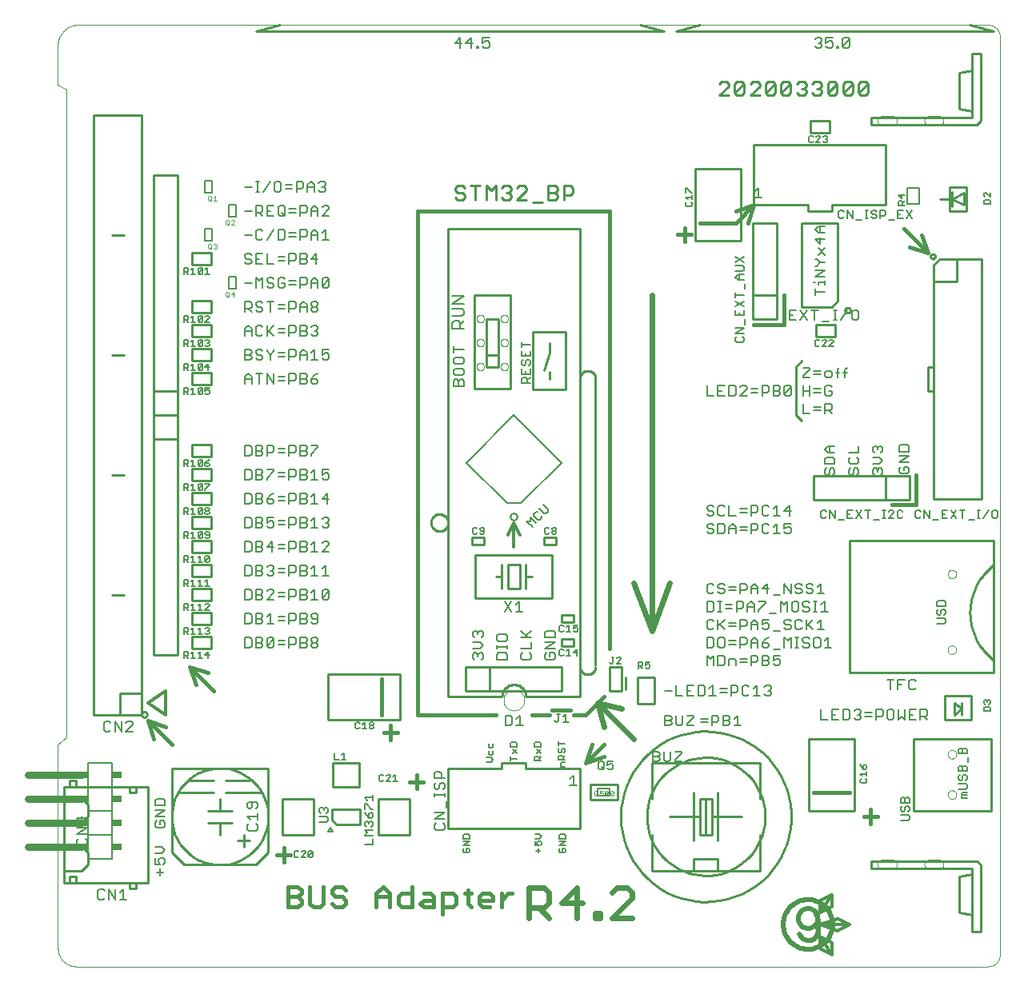
<source format=gto>
G75*
G70*
%OFA0B0*%
%FSLAX24Y24*%
%IPPOS*%
%LPD*%
%AMOC8*
5,1,8,0,0,1.08239X$1,22.5*
%
%ADD10C,0.0120*%
%ADD11C,0.0000*%
%ADD12C,0.0080*%
%ADD13C,0.0100*%
%ADD14C,0.0070*%
%ADD15C,0.0150*%
%ADD16C,0.0160*%
%ADD17C,0.0110*%
%ADD18C,0.0240*%
%ADD19C,0.0230*%
%ADD20C,0.0060*%
%ADD21C,0.0050*%
%ADD22C,0.0300*%
%ADD23R,0.0200X0.0300*%
%ADD24R,0.0400X0.0300*%
%ADD25C,0.0040*%
%ADD26C,0.0200*%
D10*
X005262Y047607D02*
X006012Y048107D01*
X006012Y047107D01*
X005262Y047607D01*
X020262Y054607D02*
X020512Y055107D01*
X020762Y054607D01*
X020512Y054107D02*
X020512Y055107D01*
X033262Y039357D02*
X033262Y038857D01*
X033762Y039107D01*
X033762Y039607D01*
X033262Y039357D01*
X033262Y038857D02*
X033762Y039607D01*
X034012Y038607D02*
X033262Y038357D01*
X034012Y038107D01*
X034512Y038357D01*
X034012Y038607D01*
X034512Y038357D02*
X033262Y038357D01*
X033262Y037857D02*
X033262Y037357D01*
X033762Y037107D01*
X033762Y037607D01*
X033262Y037857D01*
X033762Y037107D01*
D11*
X040262Y036607D02*
X002262Y036607D01*
X002208Y036609D01*
X002155Y036615D01*
X002103Y036624D01*
X002051Y036637D01*
X002000Y036654D01*
X001950Y036675D01*
X001903Y036699D01*
X001857Y036726D01*
X001813Y036757D01*
X001771Y036790D01*
X001732Y036827D01*
X001695Y036866D01*
X001662Y036908D01*
X001631Y036952D01*
X001604Y036998D01*
X001580Y037045D01*
X001559Y037095D01*
X001542Y037146D01*
X001529Y037198D01*
X001520Y037250D01*
X001514Y037303D01*
X001512Y037357D01*
X001512Y045857D01*
X001862Y046157D01*
X001862Y073157D01*
X001512Y073357D01*
X001512Y075107D01*
X001522Y075164D01*
X001536Y075220D01*
X001553Y075275D01*
X001574Y075329D01*
X001599Y075382D01*
X001626Y075432D01*
X001657Y075481D01*
X001692Y075528D01*
X001729Y075572D01*
X001769Y075614D01*
X001811Y075653D01*
X001857Y075689D01*
X001904Y075722D01*
X001953Y075752D01*
X002005Y075779D01*
X002058Y075802D01*
X002112Y075822D01*
X002168Y075838D01*
X002224Y075851D01*
X002281Y075860D01*
X002339Y075865D01*
X002397Y075866D01*
X002454Y075863D01*
X002512Y075857D01*
X040262Y075857D01*
X040306Y075855D01*
X040349Y075849D01*
X040391Y075840D01*
X040433Y075827D01*
X040473Y075810D01*
X040512Y075790D01*
X040549Y075767D01*
X040583Y075740D01*
X040616Y075711D01*
X040645Y075678D01*
X040672Y075644D01*
X040695Y075607D01*
X040715Y075568D01*
X040732Y075528D01*
X040745Y075486D01*
X040754Y075444D01*
X040760Y075401D01*
X040762Y075357D01*
X040762Y037107D01*
X040760Y037063D01*
X040754Y037020D01*
X040745Y036978D01*
X040732Y036936D01*
X040715Y036896D01*
X040695Y036857D01*
X040672Y036820D01*
X040645Y036786D01*
X040616Y036753D01*
X040583Y036724D01*
X040549Y036697D01*
X040512Y036674D01*
X040473Y036654D01*
X040433Y036637D01*
X040391Y036624D01*
X040349Y036615D01*
X040306Y036609D01*
X040262Y036607D01*
X038212Y040657D02*
X037812Y040657D01*
X037785Y040659D01*
X037758Y040664D01*
X037732Y040674D01*
X037708Y040686D01*
X037686Y040702D01*
X037666Y040720D01*
X037649Y040742D01*
X037634Y040765D01*
X037624Y040790D01*
X037616Y040816D01*
X037612Y040843D01*
X037612Y040871D01*
X037616Y040898D01*
X037624Y040924D01*
X037634Y040949D01*
X037649Y040972D01*
X037666Y040994D01*
X037686Y041012D01*
X037708Y041028D01*
X037732Y041040D01*
X037758Y041050D01*
X037785Y041055D01*
X037812Y041057D01*
X038212Y041057D01*
X038239Y041055D01*
X038266Y041050D01*
X038292Y041040D01*
X038316Y041028D01*
X038338Y041012D01*
X038358Y040994D01*
X038375Y040972D01*
X038390Y040949D01*
X038400Y040924D01*
X038408Y040898D01*
X038412Y040871D01*
X038412Y040843D01*
X038408Y040816D01*
X038400Y040790D01*
X038390Y040765D01*
X038375Y040742D01*
X038358Y040720D01*
X038338Y040702D01*
X038316Y040686D01*
X038292Y040674D01*
X038266Y040664D01*
X038239Y040659D01*
X038212Y040657D01*
X038585Y043767D02*
X038587Y043794D01*
X038593Y043820D01*
X038603Y043846D01*
X038617Y043869D01*
X038634Y043890D01*
X038655Y043908D01*
X038677Y043922D01*
X038702Y043934D01*
X038728Y043941D01*
X038755Y043944D01*
X038782Y043943D01*
X038809Y043938D01*
X038834Y043929D01*
X038858Y043916D01*
X038880Y043899D01*
X038899Y043880D01*
X038914Y043857D01*
X038926Y043833D01*
X038934Y043807D01*
X038938Y043781D01*
X038938Y043753D01*
X038934Y043727D01*
X038926Y043701D01*
X038914Y043677D01*
X038899Y043654D01*
X038880Y043635D01*
X038858Y043618D01*
X038834Y043605D01*
X038809Y043596D01*
X038782Y043591D01*
X038755Y043590D01*
X038728Y043593D01*
X038702Y043600D01*
X038677Y043612D01*
X038655Y043626D01*
X038634Y043644D01*
X038617Y043665D01*
X038603Y043688D01*
X038593Y043714D01*
X038587Y043740D01*
X038585Y043767D01*
X038585Y045447D02*
X038587Y045474D01*
X038593Y045500D01*
X038603Y045526D01*
X038617Y045549D01*
X038634Y045570D01*
X038655Y045588D01*
X038677Y045602D01*
X038702Y045614D01*
X038728Y045621D01*
X038755Y045624D01*
X038782Y045623D01*
X038809Y045618D01*
X038834Y045609D01*
X038858Y045596D01*
X038880Y045579D01*
X038899Y045560D01*
X038914Y045537D01*
X038926Y045513D01*
X038934Y045487D01*
X038938Y045461D01*
X038938Y045433D01*
X038934Y045407D01*
X038926Y045381D01*
X038914Y045357D01*
X038899Y045334D01*
X038880Y045315D01*
X038858Y045298D01*
X038834Y045285D01*
X038809Y045276D01*
X038782Y045271D01*
X038755Y045270D01*
X038728Y045273D01*
X038702Y045280D01*
X038677Y045292D01*
X038655Y045306D01*
X038634Y045324D01*
X038617Y045345D01*
X038603Y045368D01*
X038593Y045394D01*
X038587Y045420D01*
X038585Y045447D01*
X036262Y041057D02*
X035862Y041057D01*
X035835Y041055D01*
X035808Y041050D01*
X035782Y041040D01*
X035758Y041028D01*
X035736Y041012D01*
X035716Y040994D01*
X035699Y040972D01*
X035684Y040949D01*
X035674Y040924D01*
X035666Y040898D01*
X035662Y040871D01*
X035662Y040843D01*
X035666Y040816D01*
X035674Y040790D01*
X035684Y040765D01*
X035699Y040742D01*
X035716Y040720D01*
X035736Y040702D01*
X035758Y040686D01*
X035782Y040674D01*
X035808Y040664D01*
X035835Y040659D01*
X035862Y040657D01*
X036262Y040657D01*
X036289Y040659D01*
X036316Y040664D01*
X036342Y040674D01*
X036366Y040686D01*
X036388Y040702D01*
X036408Y040720D01*
X036425Y040742D01*
X036440Y040765D01*
X036450Y040790D01*
X036458Y040816D01*
X036462Y040843D01*
X036462Y040871D01*
X036458Y040898D01*
X036450Y040924D01*
X036440Y040949D01*
X036425Y040972D01*
X036408Y040994D01*
X036388Y041012D01*
X036366Y041028D01*
X036342Y041040D01*
X036316Y041050D01*
X036289Y041055D01*
X036262Y041057D01*
X038585Y049807D02*
X038587Y049834D01*
X038593Y049860D01*
X038603Y049886D01*
X038617Y049909D01*
X038634Y049930D01*
X038655Y049948D01*
X038677Y049962D01*
X038702Y049974D01*
X038728Y049981D01*
X038755Y049984D01*
X038782Y049983D01*
X038809Y049978D01*
X038834Y049969D01*
X038858Y049956D01*
X038880Y049939D01*
X038899Y049920D01*
X038914Y049897D01*
X038926Y049873D01*
X038934Y049847D01*
X038938Y049821D01*
X038938Y049793D01*
X038934Y049767D01*
X038926Y049741D01*
X038914Y049717D01*
X038899Y049694D01*
X038880Y049675D01*
X038858Y049658D01*
X038834Y049645D01*
X038809Y049636D01*
X038782Y049631D01*
X038755Y049630D01*
X038728Y049633D01*
X038702Y049640D01*
X038677Y049652D01*
X038655Y049666D01*
X038634Y049684D01*
X038617Y049705D01*
X038603Y049728D01*
X038593Y049754D01*
X038587Y049780D01*
X038585Y049807D01*
X038585Y052957D02*
X038587Y052984D01*
X038593Y053010D01*
X038603Y053036D01*
X038617Y053059D01*
X038634Y053080D01*
X038655Y053098D01*
X038677Y053112D01*
X038702Y053124D01*
X038728Y053131D01*
X038755Y053134D01*
X038782Y053133D01*
X038809Y053128D01*
X038834Y053119D01*
X038858Y053106D01*
X038880Y053089D01*
X038899Y053070D01*
X038914Y053047D01*
X038926Y053023D01*
X038934Y052997D01*
X038938Y052971D01*
X038938Y052943D01*
X038934Y052917D01*
X038926Y052891D01*
X038914Y052867D01*
X038899Y052844D01*
X038880Y052825D01*
X038858Y052808D01*
X038834Y052795D01*
X038809Y052786D01*
X038782Y052781D01*
X038755Y052780D01*
X038728Y052783D01*
X038702Y052790D01*
X038677Y052802D01*
X038655Y052816D01*
X038634Y052834D01*
X038617Y052855D01*
X038603Y052878D01*
X038593Y052904D01*
X038587Y052930D01*
X038585Y052957D01*
X038212Y071657D02*
X037812Y071657D01*
X037785Y071659D01*
X037758Y071664D01*
X037732Y071674D01*
X037708Y071686D01*
X037686Y071702D01*
X037666Y071720D01*
X037649Y071742D01*
X037634Y071765D01*
X037624Y071790D01*
X037616Y071816D01*
X037612Y071843D01*
X037612Y071871D01*
X037616Y071898D01*
X037624Y071924D01*
X037634Y071949D01*
X037649Y071972D01*
X037666Y071994D01*
X037686Y072012D01*
X037708Y072028D01*
X037732Y072040D01*
X037758Y072050D01*
X037785Y072055D01*
X037812Y072057D01*
X038212Y072057D01*
X038239Y072055D01*
X038266Y072050D01*
X038292Y072040D01*
X038316Y072028D01*
X038338Y072012D01*
X038358Y071994D01*
X038375Y071972D01*
X038390Y071949D01*
X038400Y071924D01*
X038408Y071898D01*
X038412Y071871D01*
X038412Y071843D01*
X038408Y071816D01*
X038400Y071790D01*
X038390Y071765D01*
X038375Y071742D01*
X038358Y071720D01*
X038338Y071702D01*
X038316Y071686D01*
X038292Y071674D01*
X038266Y071664D01*
X038239Y071659D01*
X038212Y071657D01*
X036262Y071657D02*
X035862Y071657D01*
X035835Y071659D01*
X035808Y071664D01*
X035782Y071674D01*
X035758Y071686D01*
X035736Y071702D01*
X035716Y071720D01*
X035699Y071742D01*
X035684Y071765D01*
X035674Y071790D01*
X035666Y071816D01*
X035662Y071843D01*
X035662Y071871D01*
X035666Y071898D01*
X035674Y071924D01*
X035684Y071949D01*
X035699Y071972D01*
X035716Y071994D01*
X035736Y072012D01*
X035758Y072028D01*
X035782Y072040D01*
X035808Y072050D01*
X035835Y072055D01*
X035862Y072057D01*
X036262Y072057D01*
X036289Y072055D01*
X036316Y072050D01*
X036342Y072040D01*
X036366Y072028D01*
X036388Y072012D01*
X036408Y071994D01*
X036425Y071972D01*
X036440Y071949D01*
X036450Y071924D01*
X036458Y071898D01*
X036462Y071871D01*
X036462Y071843D01*
X036458Y071816D01*
X036450Y071790D01*
X036440Y071765D01*
X036425Y071742D01*
X036408Y071720D01*
X036388Y071702D01*
X036366Y071686D01*
X036342Y071674D01*
X036316Y071664D01*
X036289Y071659D01*
X036262Y071657D01*
X020079Y047707D02*
X020081Y047749D01*
X020087Y047790D01*
X020097Y047831D01*
X020111Y047870D01*
X020129Y047908D01*
X020150Y047944D01*
X020174Y047978D01*
X020202Y048009D01*
X020233Y048038D01*
X020266Y048063D01*
X020302Y048085D01*
X020339Y048104D01*
X020378Y048119D01*
X020419Y048130D01*
X020460Y048137D01*
X020502Y048140D01*
X020543Y048139D01*
X020585Y048134D01*
X020626Y048125D01*
X020666Y048112D01*
X020704Y048095D01*
X020740Y048075D01*
X020775Y048051D01*
X020807Y048024D01*
X020836Y047994D01*
X020862Y047962D01*
X020885Y047927D01*
X020905Y047889D01*
X020920Y047851D01*
X020932Y047811D01*
X020940Y047770D01*
X020944Y047728D01*
X020944Y047686D01*
X020940Y047644D01*
X020932Y047603D01*
X020920Y047563D01*
X020905Y047525D01*
X020885Y047487D01*
X020862Y047452D01*
X020836Y047420D01*
X020807Y047390D01*
X020775Y047363D01*
X020740Y047339D01*
X020704Y047319D01*
X020666Y047302D01*
X020626Y047289D01*
X020585Y047280D01*
X020543Y047275D01*
X020502Y047274D01*
X020460Y047277D01*
X020419Y047284D01*
X020378Y047295D01*
X020339Y047310D01*
X020302Y047329D01*
X020266Y047351D01*
X020233Y047376D01*
X020202Y047405D01*
X020174Y047436D01*
X020150Y047470D01*
X020129Y047506D01*
X020111Y047544D01*
X020097Y047583D01*
X020087Y047624D01*
X020081Y047665D01*
X020079Y047707D01*
X019955Y061607D02*
X019957Y061632D01*
X019963Y061657D01*
X019973Y061680D01*
X019986Y061701D01*
X020003Y061720D01*
X020023Y061736D01*
X020045Y061749D01*
X020068Y061758D01*
X020093Y061763D01*
X020118Y061764D01*
X020143Y061761D01*
X020168Y061754D01*
X020190Y061743D01*
X020211Y061729D01*
X020230Y061711D01*
X020245Y061691D01*
X020256Y061669D01*
X020264Y061645D01*
X020268Y061620D01*
X020268Y061594D01*
X020264Y061569D01*
X020256Y061545D01*
X020245Y061523D01*
X020230Y061503D01*
X020211Y061485D01*
X020191Y061471D01*
X020168Y061460D01*
X020143Y061453D01*
X020118Y061450D01*
X020093Y061451D01*
X020068Y061456D01*
X020045Y061465D01*
X020023Y061478D01*
X020003Y061494D01*
X019986Y061513D01*
X019973Y061534D01*
X019963Y061557D01*
X019957Y061582D01*
X019955Y061607D01*
X018955Y061607D02*
X018957Y061632D01*
X018963Y061657D01*
X018973Y061680D01*
X018986Y061701D01*
X019003Y061720D01*
X019023Y061736D01*
X019045Y061749D01*
X019068Y061758D01*
X019093Y061763D01*
X019118Y061764D01*
X019143Y061761D01*
X019168Y061754D01*
X019190Y061743D01*
X019211Y061729D01*
X019230Y061711D01*
X019245Y061691D01*
X019256Y061669D01*
X019264Y061645D01*
X019268Y061620D01*
X019268Y061594D01*
X019264Y061569D01*
X019256Y061545D01*
X019245Y061523D01*
X019230Y061503D01*
X019211Y061485D01*
X019191Y061471D01*
X019168Y061460D01*
X019143Y061453D01*
X019118Y061450D01*
X019093Y061451D01*
X019068Y061456D01*
X019045Y061465D01*
X019023Y061478D01*
X019003Y061494D01*
X018986Y061513D01*
X018973Y061534D01*
X018963Y061557D01*
X018957Y061582D01*
X018955Y061607D01*
X018955Y062607D02*
X018957Y062632D01*
X018963Y062657D01*
X018973Y062680D01*
X018986Y062701D01*
X019003Y062720D01*
X019023Y062736D01*
X019045Y062749D01*
X019068Y062758D01*
X019093Y062763D01*
X019118Y062764D01*
X019143Y062761D01*
X019168Y062754D01*
X019190Y062743D01*
X019211Y062729D01*
X019230Y062711D01*
X019245Y062691D01*
X019256Y062669D01*
X019264Y062645D01*
X019268Y062620D01*
X019268Y062594D01*
X019264Y062569D01*
X019256Y062545D01*
X019245Y062523D01*
X019230Y062503D01*
X019211Y062485D01*
X019191Y062471D01*
X019168Y062460D01*
X019143Y062453D01*
X019118Y062450D01*
X019093Y062451D01*
X019068Y062456D01*
X019045Y062465D01*
X019023Y062478D01*
X019003Y062494D01*
X018986Y062513D01*
X018973Y062534D01*
X018963Y062557D01*
X018957Y062582D01*
X018955Y062607D01*
X018955Y063607D02*
X018957Y063632D01*
X018963Y063657D01*
X018973Y063680D01*
X018986Y063701D01*
X019003Y063720D01*
X019023Y063736D01*
X019045Y063749D01*
X019068Y063758D01*
X019093Y063763D01*
X019118Y063764D01*
X019143Y063761D01*
X019168Y063754D01*
X019190Y063743D01*
X019211Y063729D01*
X019230Y063711D01*
X019245Y063691D01*
X019256Y063669D01*
X019264Y063645D01*
X019268Y063620D01*
X019268Y063594D01*
X019264Y063569D01*
X019256Y063545D01*
X019245Y063523D01*
X019230Y063503D01*
X019211Y063485D01*
X019191Y063471D01*
X019168Y063460D01*
X019143Y063453D01*
X019118Y063450D01*
X019093Y063451D01*
X019068Y063456D01*
X019045Y063465D01*
X019023Y063478D01*
X019003Y063494D01*
X018986Y063513D01*
X018973Y063534D01*
X018963Y063557D01*
X018957Y063582D01*
X018955Y063607D01*
X019955Y063607D02*
X019957Y063632D01*
X019963Y063657D01*
X019973Y063680D01*
X019986Y063701D01*
X020003Y063720D01*
X020023Y063736D01*
X020045Y063749D01*
X020068Y063758D01*
X020093Y063763D01*
X020118Y063764D01*
X020143Y063761D01*
X020168Y063754D01*
X020190Y063743D01*
X020211Y063729D01*
X020230Y063711D01*
X020245Y063691D01*
X020256Y063669D01*
X020264Y063645D01*
X020268Y063620D01*
X020268Y063594D01*
X020264Y063569D01*
X020256Y063545D01*
X020245Y063523D01*
X020230Y063503D01*
X020211Y063485D01*
X020191Y063471D01*
X020168Y063460D01*
X020143Y063453D01*
X020118Y063450D01*
X020093Y063451D01*
X020068Y063456D01*
X020045Y063465D01*
X020023Y063478D01*
X020003Y063494D01*
X019986Y063513D01*
X019973Y063534D01*
X019963Y063557D01*
X019957Y063582D01*
X019955Y063607D01*
X019955Y062607D02*
X019957Y062632D01*
X019963Y062657D01*
X019973Y062680D01*
X019986Y062701D01*
X020003Y062720D01*
X020023Y062736D01*
X020045Y062749D01*
X020068Y062758D01*
X020093Y062763D01*
X020118Y062764D01*
X020143Y062761D01*
X020168Y062754D01*
X020190Y062743D01*
X020211Y062729D01*
X020230Y062711D01*
X020245Y062691D01*
X020256Y062669D01*
X020264Y062645D01*
X020268Y062620D01*
X020268Y062594D01*
X020264Y062569D01*
X020256Y062545D01*
X020245Y062523D01*
X020230Y062503D01*
X020211Y062485D01*
X020191Y062471D01*
X020168Y062460D01*
X020143Y062453D01*
X020118Y062450D01*
X020093Y062451D01*
X020068Y062456D01*
X020045Y062465D01*
X020023Y062478D01*
X020003Y062494D01*
X019986Y062513D01*
X019973Y062534D01*
X019963Y062557D01*
X019957Y062582D01*
X019955Y062607D01*
D12*
X018422Y062318D02*
X018001Y062318D01*
X018001Y062178D02*
X018001Y062459D01*
X018072Y061998D02*
X018001Y061928D01*
X018001Y061788D01*
X018072Y061718D01*
X018352Y061718D01*
X018422Y061788D01*
X018422Y061928D01*
X018352Y061998D01*
X018072Y061998D01*
X018072Y061538D02*
X018001Y061468D01*
X018001Y061328D01*
X018072Y061258D01*
X018352Y061258D01*
X018422Y061328D01*
X018422Y061468D01*
X018352Y061538D01*
X018072Y061538D01*
X018072Y061077D02*
X018142Y061077D01*
X018212Y061007D01*
X018212Y060797D01*
X018422Y060797D02*
X018422Y061007D01*
X018352Y061077D01*
X018282Y061077D01*
X018212Y061007D01*
X018072Y061077D02*
X018001Y061007D01*
X018001Y060797D01*
X018422Y060797D01*
X018422Y063197D02*
X017941Y063197D01*
X017941Y063437D01*
X018021Y063517D01*
X018182Y063517D01*
X018262Y063437D01*
X018262Y063197D01*
X018262Y063357D02*
X018422Y063517D01*
X018342Y063713D02*
X018422Y063793D01*
X018422Y063953D01*
X018342Y064033D01*
X017941Y064033D01*
X017941Y064229D02*
X018422Y064549D01*
X017941Y064549D01*
X017941Y064229D02*
X018422Y064229D01*
X018342Y063713D02*
X017941Y063713D01*
X012805Y064967D02*
X012734Y064897D01*
X012594Y064897D01*
X012524Y064967D01*
X012805Y065248D01*
X012805Y064967D01*
X012805Y065248D02*
X012734Y065318D01*
X012594Y065318D01*
X012524Y065248D01*
X012524Y064967D01*
X012344Y064897D02*
X012344Y065177D01*
X012204Y065318D01*
X012064Y065177D01*
X012064Y064897D01*
X012064Y065107D02*
X012344Y065107D01*
X011884Y065107D02*
X011814Y065037D01*
X011604Y065037D01*
X011604Y064897D02*
X011604Y065318D01*
X011814Y065318D01*
X011884Y065248D01*
X011884Y065107D01*
X011423Y065037D02*
X011143Y065037D01*
X011143Y065177D02*
X011423Y065177D01*
X010963Y065107D02*
X010823Y065107D01*
X010963Y065107D02*
X010963Y064967D01*
X010893Y064897D01*
X010753Y064897D01*
X010683Y064967D01*
X010683Y065248D01*
X010753Y065318D01*
X010893Y065318D01*
X010963Y065248D01*
X010503Y065248D02*
X010433Y065318D01*
X010293Y065318D01*
X010223Y065248D01*
X010223Y065177D01*
X010293Y065107D01*
X010433Y065107D01*
X010503Y065037D01*
X010503Y064967D01*
X010433Y064897D01*
X010293Y064897D01*
X010223Y064967D01*
X010042Y064897D02*
X010042Y065318D01*
X009902Y065177D01*
X009762Y065318D01*
X009762Y064897D01*
X009582Y065107D02*
X009302Y065107D01*
X009302Y064318D02*
X009512Y064318D01*
X009582Y064248D01*
X009582Y064107D01*
X009512Y064037D01*
X009302Y064037D01*
X009302Y063897D02*
X009302Y064318D01*
X009442Y064037D02*
X009582Y063897D01*
X009762Y063967D02*
X009832Y063897D01*
X009972Y063897D01*
X010042Y063967D01*
X010042Y064037D01*
X009972Y064107D01*
X009832Y064107D01*
X009762Y064177D01*
X009762Y064248D01*
X009832Y064318D01*
X009972Y064318D01*
X010042Y064248D01*
X010223Y064318D02*
X010503Y064318D01*
X010363Y064318D02*
X010363Y063897D01*
X010683Y064037D02*
X010963Y064037D01*
X010963Y064177D02*
X010683Y064177D01*
X011143Y064037D02*
X011353Y064037D01*
X011423Y064107D01*
X011423Y064248D01*
X011353Y064318D01*
X011143Y064318D01*
X011143Y063897D01*
X011604Y063897D02*
X011604Y064177D01*
X011744Y064318D01*
X011884Y064177D01*
X011884Y063897D01*
X012064Y063967D02*
X012064Y064037D01*
X012134Y064107D01*
X012274Y064107D01*
X012344Y064037D01*
X012344Y063967D01*
X012274Y063897D01*
X012134Y063897D01*
X012064Y063967D01*
X012134Y064107D02*
X012064Y064177D01*
X012064Y064248D01*
X012134Y064318D01*
X012274Y064318D01*
X012344Y064248D01*
X012344Y064177D01*
X012274Y064107D01*
X011884Y064107D02*
X011604Y064107D01*
X011604Y063318D02*
X011814Y063318D01*
X011884Y063248D01*
X011884Y063177D01*
X011814Y063107D01*
X011604Y063107D01*
X011423Y063107D02*
X011353Y063037D01*
X011143Y063037D01*
X011143Y062897D02*
X011143Y063318D01*
X011353Y063318D01*
X011423Y063248D01*
X011423Y063107D01*
X011604Y062897D02*
X011814Y062897D01*
X011884Y062967D01*
X011884Y063037D01*
X011814Y063107D01*
X012064Y062967D02*
X012134Y062897D01*
X012274Y062897D01*
X012344Y062967D01*
X012344Y063037D01*
X012274Y063107D01*
X012204Y063107D01*
X012274Y063107D02*
X012344Y063177D01*
X012344Y063248D01*
X012274Y063318D01*
X012134Y063318D01*
X012064Y063248D01*
X011604Y063318D02*
X011604Y062897D01*
X011744Y062318D02*
X011884Y062177D01*
X011884Y061897D01*
X012064Y061897D02*
X012344Y061897D01*
X012204Y061897D02*
X012204Y062318D01*
X012064Y062177D01*
X011884Y062107D02*
X011604Y062107D01*
X011604Y062177D02*
X011744Y062318D01*
X011604Y062177D02*
X011604Y061897D01*
X011423Y062107D02*
X011353Y062037D01*
X011143Y062037D01*
X011143Y061897D02*
X011143Y062318D01*
X011353Y062318D01*
X011423Y062248D01*
X011423Y062107D01*
X010963Y062037D02*
X010683Y062037D01*
X010683Y062177D02*
X010963Y062177D01*
X010503Y062248D02*
X010503Y062318D01*
X010503Y062248D02*
X010363Y062107D01*
X010363Y061897D01*
X010363Y062107D02*
X010223Y062248D01*
X010223Y062318D01*
X010042Y062248D02*
X009972Y062318D01*
X009832Y062318D01*
X009762Y062248D01*
X009762Y062177D01*
X009832Y062107D01*
X009972Y062107D01*
X010042Y062037D01*
X010042Y061967D01*
X009972Y061897D01*
X009832Y061897D01*
X009762Y061967D01*
X009582Y061967D02*
X009512Y061897D01*
X009302Y061897D01*
X009302Y062318D01*
X009512Y062318D01*
X009582Y062248D01*
X009582Y062177D01*
X009512Y062107D01*
X009302Y062107D01*
X009512Y062107D02*
X009582Y062037D01*
X009582Y061967D01*
X009442Y061318D02*
X009582Y061177D01*
X009582Y060897D01*
X009582Y061107D02*
X009302Y061107D01*
X009302Y061177D02*
X009442Y061318D01*
X009302Y061177D02*
X009302Y060897D01*
X009902Y060897D02*
X009902Y061318D01*
X009762Y061318D02*
X010042Y061318D01*
X010223Y061318D02*
X010223Y060897D01*
X010503Y060897D02*
X010223Y061318D01*
X010503Y061318D02*
X010503Y060897D01*
X010683Y061037D02*
X010963Y061037D01*
X010963Y061177D02*
X010683Y061177D01*
X011143Y061037D02*
X011353Y061037D01*
X011423Y061107D01*
X011423Y061248D01*
X011353Y061318D01*
X011143Y061318D01*
X011143Y060897D01*
X011604Y060897D02*
X011604Y061318D01*
X011814Y061318D01*
X011884Y061248D01*
X011884Y061177D01*
X011814Y061107D01*
X011604Y061107D01*
X011814Y061107D02*
X011884Y061037D01*
X011884Y060967D01*
X011814Y060897D01*
X011604Y060897D01*
X012064Y060967D02*
X012134Y060897D01*
X012274Y060897D01*
X012344Y060967D01*
X012344Y061037D01*
X012274Y061107D01*
X012064Y061107D01*
X012064Y060967D01*
X012064Y061107D02*
X012204Y061248D01*
X012344Y061318D01*
X012594Y061897D02*
X012524Y061967D01*
X012594Y061897D02*
X012734Y061897D01*
X012805Y061967D01*
X012805Y062107D01*
X012734Y062177D01*
X012664Y062177D01*
X012524Y062107D01*
X012524Y062318D01*
X012805Y062318D01*
X010963Y063037D02*
X010683Y063037D01*
X010683Y063177D02*
X010963Y063177D01*
X010503Y063318D02*
X010223Y063037D01*
X010293Y063107D02*
X010503Y062897D01*
X010223Y062897D02*
X010223Y063318D01*
X010042Y063248D02*
X009972Y063318D01*
X009832Y063318D01*
X009762Y063248D01*
X009762Y062967D01*
X009832Y062897D01*
X009972Y062897D01*
X010042Y062967D01*
X009582Y062897D02*
X009582Y063177D01*
X009442Y063318D01*
X009302Y063177D01*
X009302Y062897D01*
X009302Y063107D02*
X009582Y063107D01*
X009512Y065897D02*
X009372Y065897D01*
X009302Y065967D01*
X009372Y066107D02*
X009512Y066107D01*
X009582Y066037D01*
X009582Y065967D01*
X009512Y065897D01*
X009762Y065897D02*
X009762Y066318D01*
X010042Y066318D01*
X010223Y066318D02*
X010223Y065897D01*
X010503Y065897D01*
X010683Y066037D02*
X010963Y066037D01*
X010963Y066177D02*
X010683Y066177D01*
X011143Y066037D02*
X011353Y066037D01*
X011423Y066107D01*
X011423Y066248D01*
X011353Y066318D01*
X011143Y066318D01*
X011143Y065897D01*
X011604Y065897D02*
X011604Y066318D01*
X011814Y066318D01*
X011884Y066248D01*
X011884Y066177D01*
X011814Y066107D01*
X011604Y066107D01*
X011814Y066107D02*
X011884Y066037D01*
X011884Y065967D01*
X011814Y065897D01*
X011604Y065897D01*
X012064Y066107D02*
X012344Y066107D01*
X012274Y065897D02*
X012274Y066318D01*
X012064Y066107D01*
X012064Y066897D02*
X012064Y067177D01*
X012204Y067318D01*
X012344Y067177D01*
X012344Y066897D01*
X012524Y066897D02*
X012805Y066897D01*
X012664Y066897D02*
X012664Y067318D01*
X012524Y067177D01*
X012344Y067107D02*
X012064Y067107D01*
X011884Y067107D02*
X011814Y067037D01*
X011604Y067037D01*
X011604Y066897D02*
X011604Y067318D01*
X011814Y067318D01*
X011884Y067248D01*
X011884Y067107D01*
X011423Y067037D02*
X011143Y067037D01*
X011143Y067177D02*
X011423Y067177D01*
X010963Y067248D02*
X010963Y066967D01*
X010893Y066897D01*
X010683Y066897D01*
X010683Y067318D01*
X010893Y067318D01*
X010963Y067248D01*
X010503Y067318D02*
X010223Y066897D01*
X010042Y066967D02*
X009972Y066897D01*
X009832Y066897D01*
X009762Y066967D01*
X009762Y067248D01*
X009832Y067318D01*
X009972Y067318D01*
X010042Y067248D01*
X009582Y067107D02*
X009302Y067107D01*
X009372Y066318D02*
X009302Y066248D01*
X009302Y066177D01*
X009372Y066107D01*
X009372Y066318D02*
X009512Y066318D01*
X009582Y066248D01*
X009762Y066107D02*
X009902Y066107D01*
X009762Y065897D02*
X010042Y065897D01*
X010042Y067897D02*
X009902Y068037D01*
X009972Y068037D02*
X009762Y068037D01*
X009762Y067897D02*
X009762Y068318D01*
X009972Y068318D01*
X010042Y068248D01*
X010042Y068107D01*
X009972Y068037D01*
X010223Y068107D02*
X010363Y068107D01*
X010223Y067897D02*
X010503Y067897D01*
X010683Y067967D02*
X010753Y067897D01*
X010893Y067897D01*
X010963Y067967D01*
X010963Y068248D01*
X010893Y068318D01*
X010753Y068318D01*
X010683Y068248D01*
X010683Y067967D01*
X010823Y068037D02*
X010963Y067897D01*
X011143Y068037D02*
X011423Y068037D01*
X011423Y068177D02*
X011143Y068177D01*
X011604Y068037D02*
X011814Y068037D01*
X011884Y068107D01*
X011884Y068248D01*
X011814Y068318D01*
X011604Y068318D01*
X011604Y067897D01*
X012064Y067897D02*
X012064Y068177D01*
X012204Y068318D01*
X012344Y068177D01*
X012344Y067897D01*
X012524Y067897D02*
X012805Y068177D01*
X012805Y068248D01*
X012734Y068318D01*
X012594Y068318D01*
X012524Y068248D01*
X012344Y068107D02*
X012064Y068107D01*
X012524Y067897D02*
X012805Y067897D01*
X012581Y068897D02*
X012441Y068897D01*
X012371Y068967D01*
X012191Y068897D02*
X012191Y069177D01*
X012051Y069318D01*
X011910Y069177D01*
X011910Y068897D01*
X011910Y069107D02*
X012191Y069107D01*
X012371Y069248D02*
X012441Y069318D01*
X012581Y069318D01*
X012651Y069248D01*
X012651Y069177D01*
X012581Y069107D01*
X012651Y069037D01*
X012651Y068967D01*
X012581Y068897D01*
X012581Y069107D02*
X012511Y069107D01*
X011730Y069107D02*
X011660Y069037D01*
X011450Y069037D01*
X011450Y068897D02*
X011450Y069318D01*
X011660Y069318D01*
X011730Y069248D01*
X011730Y069107D01*
X011270Y069037D02*
X010990Y069037D01*
X010990Y069177D02*
X011270Y069177D01*
X010810Y069248D02*
X010740Y069318D01*
X010599Y069318D01*
X010529Y069248D01*
X010529Y068967D01*
X010599Y068897D01*
X010740Y068897D01*
X010810Y068967D01*
X010810Y069248D01*
X010349Y069318D02*
X010069Y068897D01*
X009902Y068897D02*
X009762Y068897D01*
X009832Y068897D02*
X009832Y069318D01*
X009762Y069318D02*
X009902Y069318D01*
X009582Y069107D02*
X009302Y069107D01*
X009302Y068107D02*
X009582Y068107D01*
X010223Y068318D02*
X010223Y067897D01*
X010223Y068318D02*
X010503Y068318D01*
X010433Y058318D02*
X010503Y058248D01*
X010503Y058107D01*
X010433Y058037D01*
X010223Y058037D01*
X010223Y057897D02*
X010223Y058318D01*
X010433Y058318D01*
X010683Y058177D02*
X010963Y058177D01*
X010963Y058037D02*
X010683Y058037D01*
X011143Y058037D02*
X011353Y058037D01*
X011423Y058107D01*
X011423Y058248D01*
X011353Y058318D01*
X011143Y058318D01*
X011143Y057897D01*
X011604Y057897D02*
X011814Y057897D01*
X011884Y057967D01*
X011884Y058037D01*
X011814Y058107D01*
X011604Y058107D01*
X011814Y058107D02*
X011884Y058177D01*
X011884Y058248D01*
X011814Y058318D01*
X011604Y058318D01*
X011604Y057897D01*
X012064Y057897D02*
X012064Y057967D01*
X012344Y058248D01*
X012344Y058318D01*
X012064Y058318D01*
X012204Y057318D02*
X012064Y057177D01*
X011884Y057177D02*
X011814Y057107D01*
X011604Y057107D01*
X011423Y057107D02*
X011353Y057037D01*
X011143Y057037D01*
X011143Y056897D02*
X011143Y057318D01*
X011353Y057318D01*
X011423Y057248D01*
X011423Y057107D01*
X011604Y056897D02*
X011604Y057318D01*
X011814Y057318D01*
X011884Y057248D01*
X011884Y057177D01*
X011814Y057107D02*
X011884Y057037D01*
X011884Y056967D01*
X011814Y056897D01*
X011604Y056897D01*
X012064Y056897D02*
X012344Y056897D01*
X012204Y056897D02*
X012204Y057318D01*
X012524Y057318D02*
X012524Y057107D01*
X012664Y057177D01*
X012734Y057177D01*
X012805Y057107D01*
X012805Y056967D01*
X012734Y056897D01*
X012594Y056897D01*
X012524Y056967D01*
X012524Y057318D02*
X012805Y057318D01*
X012734Y056318D02*
X012524Y056107D01*
X012805Y056107D01*
X012734Y055897D02*
X012734Y056318D01*
X012204Y056318D02*
X012204Y055897D01*
X012064Y055897D02*
X012344Y055897D01*
X012064Y056177D02*
X012204Y056318D01*
X011884Y056248D02*
X011884Y056177D01*
X011814Y056107D01*
X011604Y056107D01*
X011423Y056107D02*
X011353Y056037D01*
X011143Y056037D01*
X011143Y055897D02*
X011143Y056318D01*
X011353Y056318D01*
X011423Y056248D01*
X011423Y056107D01*
X011604Y055897D02*
X011814Y055897D01*
X011884Y055967D01*
X011884Y056037D01*
X011814Y056107D01*
X011884Y056248D02*
X011814Y056318D01*
X011604Y056318D01*
X011604Y055897D01*
X011604Y055318D02*
X011814Y055318D01*
X011884Y055248D01*
X011884Y055177D01*
X011814Y055107D01*
X011604Y055107D01*
X011423Y055107D02*
X011353Y055037D01*
X011143Y055037D01*
X011143Y054897D02*
X011143Y055318D01*
X011353Y055318D01*
X011423Y055248D01*
X011423Y055107D01*
X011604Y054897D02*
X011814Y054897D01*
X011884Y054967D01*
X011884Y055037D01*
X011814Y055107D01*
X012064Y055177D02*
X012204Y055318D01*
X012204Y054897D01*
X012064Y054897D02*
X012344Y054897D01*
X012524Y054967D02*
X012594Y054897D01*
X012734Y054897D01*
X012805Y054967D01*
X012805Y055037D01*
X012734Y055107D01*
X012664Y055107D01*
X012734Y055107D02*
X012805Y055177D01*
X012805Y055248D01*
X012734Y055318D01*
X012594Y055318D01*
X012524Y055248D01*
X012594Y054318D02*
X012524Y054248D01*
X012594Y054318D02*
X012734Y054318D01*
X012805Y054248D01*
X012805Y054177D01*
X012524Y053897D01*
X012805Y053897D01*
X012344Y053897D02*
X012064Y053897D01*
X012204Y053897D02*
X012204Y054318D01*
X012064Y054177D01*
X011884Y054177D02*
X011814Y054107D01*
X011604Y054107D01*
X011423Y054107D02*
X011353Y054037D01*
X011143Y054037D01*
X011143Y053897D02*
X011143Y054318D01*
X011353Y054318D01*
X011423Y054248D01*
X011423Y054107D01*
X011604Y053897D02*
X011604Y054318D01*
X011814Y054318D01*
X011884Y054248D01*
X011884Y054177D01*
X011814Y054107D02*
X011884Y054037D01*
X011884Y053967D01*
X011814Y053897D01*
X011604Y053897D01*
X011604Y053318D02*
X011814Y053318D01*
X011884Y053248D01*
X011884Y053177D01*
X011814Y053107D01*
X011604Y053107D01*
X011423Y053107D02*
X011353Y053037D01*
X011143Y053037D01*
X011143Y052897D02*
X011143Y053318D01*
X011353Y053318D01*
X011423Y053248D01*
X011423Y053107D01*
X011604Y052897D02*
X011814Y052897D01*
X011884Y052967D01*
X011884Y053037D01*
X011814Y053107D01*
X012064Y053177D02*
X012204Y053318D01*
X012204Y052897D01*
X012064Y052897D02*
X012344Y052897D01*
X012524Y052897D02*
X012805Y052897D01*
X012664Y052897D02*
X012664Y053318D01*
X012524Y053177D01*
X012594Y052318D02*
X012524Y052248D01*
X012524Y051967D01*
X012805Y052248D01*
X012805Y051967D01*
X012734Y051897D01*
X012594Y051897D01*
X012524Y051967D01*
X012344Y051897D02*
X012064Y051897D01*
X012204Y051897D02*
X012204Y052318D01*
X012064Y052177D01*
X011884Y052177D02*
X011814Y052107D01*
X011604Y052107D01*
X011423Y052107D02*
X011353Y052037D01*
X011143Y052037D01*
X011143Y051897D02*
X011143Y052318D01*
X011353Y052318D01*
X011423Y052248D01*
X011423Y052107D01*
X011604Y051897D02*
X011814Y051897D01*
X011884Y051967D01*
X011884Y052037D01*
X011814Y052107D01*
X011884Y052177D02*
X011884Y052248D01*
X011814Y052318D01*
X011604Y052318D01*
X011604Y051897D01*
X011604Y051318D02*
X011814Y051318D01*
X011884Y051248D01*
X011884Y051177D01*
X011814Y051107D01*
X011604Y051107D01*
X011423Y051107D02*
X011353Y051037D01*
X011143Y051037D01*
X011143Y050897D02*
X011143Y051318D01*
X011353Y051318D01*
X011423Y051248D01*
X011423Y051107D01*
X011604Y050897D02*
X011814Y050897D01*
X011884Y050967D01*
X011884Y051037D01*
X011814Y051107D01*
X012064Y051177D02*
X012134Y051107D01*
X012344Y051107D01*
X012344Y050967D02*
X012344Y051248D01*
X012274Y051318D01*
X012134Y051318D01*
X012064Y051248D01*
X012064Y051177D01*
X012064Y050967D02*
X012134Y050897D01*
X012274Y050897D01*
X012344Y050967D01*
X012274Y050318D02*
X012134Y050318D01*
X012064Y050248D01*
X012064Y050177D01*
X012134Y050107D01*
X012274Y050107D01*
X012344Y050037D01*
X012344Y049967D01*
X012274Y049897D01*
X012134Y049897D01*
X012064Y049967D01*
X012064Y050037D01*
X012134Y050107D01*
X012274Y050107D02*
X012344Y050177D01*
X012344Y050248D01*
X012274Y050318D01*
X011884Y050248D02*
X011884Y050177D01*
X011814Y050107D01*
X011604Y050107D01*
X011423Y050107D02*
X011353Y050037D01*
X011143Y050037D01*
X011143Y049897D02*
X011143Y050318D01*
X011353Y050318D01*
X011423Y050248D01*
X011423Y050107D01*
X011604Y049897D02*
X011814Y049897D01*
X011884Y049967D01*
X011884Y050037D01*
X011814Y050107D01*
X011884Y050248D02*
X011814Y050318D01*
X011604Y050318D01*
X011604Y049897D01*
X010963Y050037D02*
X010683Y050037D01*
X010683Y050177D02*
X010963Y050177D01*
X010503Y050248D02*
X010503Y049967D01*
X010433Y049897D01*
X010293Y049897D01*
X010223Y049967D01*
X010503Y050248D01*
X010433Y050318D01*
X010293Y050318D01*
X010223Y050248D01*
X010223Y049967D01*
X010042Y049967D02*
X009972Y049897D01*
X009762Y049897D01*
X009762Y050318D01*
X009972Y050318D01*
X010042Y050248D01*
X010042Y050177D01*
X009972Y050107D01*
X009762Y050107D01*
X009972Y050107D02*
X010042Y050037D01*
X010042Y049967D01*
X009582Y049967D02*
X009582Y050248D01*
X009512Y050318D01*
X009302Y050318D01*
X009302Y049897D01*
X009512Y049897D01*
X009582Y049967D01*
X009512Y050897D02*
X009582Y050967D01*
X009582Y051248D01*
X009512Y051318D01*
X009302Y051318D01*
X009302Y050897D01*
X009512Y050897D01*
X009762Y050897D02*
X009972Y050897D01*
X010042Y050967D01*
X010042Y051037D01*
X009972Y051107D01*
X009762Y051107D01*
X009762Y050897D02*
X009762Y051318D01*
X009972Y051318D01*
X010042Y051248D01*
X010042Y051177D01*
X009972Y051107D01*
X010223Y051177D02*
X010363Y051318D01*
X010363Y050897D01*
X010223Y050897D02*
X010503Y050897D01*
X010683Y051037D02*
X010963Y051037D01*
X010963Y051177D02*
X010683Y051177D01*
X010503Y051897D02*
X010223Y051897D01*
X010503Y052177D01*
X010503Y052248D01*
X010433Y052318D01*
X010293Y052318D01*
X010223Y052248D01*
X010042Y052248D02*
X010042Y052177D01*
X009972Y052107D01*
X009762Y052107D01*
X009762Y051897D02*
X009972Y051897D01*
X010042Y051967D01*
X010042Y052037D01*
X009972Y052107D01*
X010042Y052248D02*
X009972Y052318D01*
X009762Y052318D01*
X009762Y051897D01*
X009582Y051967D02*
X009582Y052248D01*
X009512Y052318D01*
X009302Y052318D01*
X009302Y051897D01*
X009512Y051897D01*
X009582Y051967D01*
X009512Y052897D02*
X009582Y052967D01*
X009582Y053248D01*
X009512Y053318D01*
X009302Y053318D01*
X009302Y052897D01*
X009512Y052897D01*
X009762Y052897D02*
X009762Y053318D01*
X009972Y053318D01*
X010042Y053248D01*
X010042Y053177D01*
X009972Y053107D01*
X009762Y053107D01*
X009762Y052897D02*
X009972Y052897D01*
X010042Y052967D01*
X010042Y053037D01*
X009972Y053107D01*
X010223Y052967D02*
X010293Y052897D01*
X010433Y052897D01*
X010503Y052967D01*
X010503Y053037D01*
X010433Y053107D01*
X010363Y053107D01*
X010433Y053107D02*
X010503Y053177D01*
X010503Y053248D01*
X010433Y053318D01*
X010293Y053318D01*
X010223Y053248D01*
X010683Y053177D02*
X010963Y053177D01*
X010963Y053037D02*
X010683Y053037D01*
X010683Y052177D02*
X010963Y052177D01*
X010963Y052037D02*
X010683Y052037D01*
X011604Y051318D02*
X011604Y050897D01*
X011604Y052897D02*
X011604Y053318D01*
X010963Y054037D02*
X010683Y054037D01*
X010683Y054177D02*
X010963Y054177D01*
X010503Y054107D02*
X010223Y054107D01*
X010433Y054318D01*
X010433Y053897D01*
X010042Y053967D02*
X009972Y053897D01*
X009762Y053897D01*
X009762Y054318D01*
X009972Y054318D01*
X010042Y054248D01*
X010042Y054177D01*
X009972Y054107D01*
X009762Y054107D01*
X009972Y054107D02*
X010042Y054037D01*
X010042Y053967D01*
X009582Y053967D02*
X009512Y053897D01*
X009302Y053897D01*
X009302Y054318D01*
X009512Y054318D01*
X009582Y054248D01*
X009582Y053967D01*
X009512Y054897D02*
X009582Y054967D01*
X009582Y055248D01*
X009512Y055318D01*
X009302Y055318D01*
X009302Y054897D01*
X009512Y054897D01*
X009762Y054897D02*
X009972Y054897D01*
X010042Y054967D01*
X010042Y055037D01*
X009972Y055107D01*
X009762Y055107D01*
X009762Y054897D02*
X009762Y055318D01*
X009972Y055318D01*
X010042Y055248D01*
X010042Y055177D01*
X009972Y055107D01*
X010223Y055107D02*
X010363Y055177D01*
X010433Y055177D01*
X010503Y055107D01*
X010503Y054967D01*
X010433Y054897D01*
X010293Y054897D01*
X010223Y054967D01*
X010223Y055107D02*
X010223Y055318D01*
X010503Y055318D01*
X010683Y055177D02*
X010963Y055177D01*
X010963Y055037D02*
X010683Y055037D01*
X010433Y055897D02*
X010503Y055967D01*
X010503Y056037D01*
X010433Y056107D01*
X010223Y056107D01*
X010223Y055967D01*
X010293Y055897D01*
X010433Y055897D01*
X010683Y056037D02*
X010963Y056037D01*
X010963Y056177D02*
X010683Y056177D01*
X010503Y056318D02*
X010363Y056248D01*
X010223Y056107D01*
X010042Y056037D02*
X010042Y055967D01*
X009972Y055897D01*
X009762Y055897D01*
X009762Y056318D01*
X009972Y056318D01*
X010042Y056248D01*
X010042Y056177D01*
X009972Y056107D01*
X009762Y056107D01*
X009972Y056107D02*
X010042Y056037D01*
X009582Y055967D02*
X009582Y056248D01*
X009512Y056318D01*
X009302Y056318D01*
X009302Y055897D01*
X009512Y055897D01*
X009582Y055967D01*
X009512Y056897D02*
X009582Y056967D01*
X009582Y057248D01*
X009512Y057318D01*
X009302Y057318D01*
X009302Y056897D01*
X009512Y056897D01*
X009762Y056897D02*
X009762Y057318D01*
X009972Y057318D01*
X010042Y057248D01*
X010042Y057177D01*
X009972Y057107D01*
X009762Y057107D01*
X009762Y056897D02*
X009972Y056897D01*
X010042Y056967D01*
X010042Y057037D01*
X009972Y057107D01*
X010223Y056967D02*
X010223Y056897D01*
X010223Y056967D02*
X010503Y057248D01*
X010503Y057318D01*
X010223Y057318D01*
X010683Y057177D02*
X010963Y057177D01*
X010963Y057037D02*
X010683Y057037D01*
X009972Y057897D02*
X009762Y057897D01*
X009762Y058318D01*
X009972Y058318D01*
X010042Y058248D01*
X010042Y058177D01*
X009972Y058107D01*
X009762Y058107D01*
X009972Y058107D02*
X010042Y058037D01*
X010042Y057967D01*
X009972Y057897D01*
X009582Y057967D02*
X009582Y058248D01*
X009512Y058318D01*
X009302Y058318D01*
X009302Y057897D01*
X009512Y057897D01*
X009582Y057967D01*
X011604Y055318D02*
X011604Y054897D01*
X012594Y052318D02*
X012734Y052318D01*
X012805Y052248D01*
X017272Y044726D02*
X017201Y044656D01*
X017201Y044446D01*
X017622Y044446D01*
X017482Y044446D02*
X017482Y044656D01*
X017412Y044726D01*
X017272Y044726D01*
X017272Y044265D02*
X017201Y044195D01*
X017201Y044055D01*
X017272Y043985D01*
X017342Y043985D01*
X017412Y044055D01*
X017412Y044195D01*
X017482Y044265D01*
X017552Y044265D01*
X017622Y044195D01*
X017622Y044055D01*
X017552Y043985D01*
X017622Y043818D02*
X017622Y043678D01*
X017622Y043748D02*
X017201Y043748D01*
X017201Y043678D02*
X017201Y043818D01*
X017201Y043038D02*
X017622Y043038D01*
X017201Y042758D01*
X017622Y042758D01*
X017552Y042577D02*
X017622Y042507D01*
X017622Y042367D01*
X017552Y042297D01*
X017272Y042297D01*
X017201Y042367D01*
X017201Y042507D01*
X017272Y042577D01*
X017692Y043218D02*
X017692Y043498D01*
X020152Y046647D02*
X020362Y046647D01*
X020432Y046717D01*
X020432Y046998D01*
X020362Y047068D01*
X020152Y047068D01*
X020152Y046647D01*
X020612Y046647D02*
X020892Y046647D01*
X020752Y046647D02*
X020752Y047068D01*
X020612Y046927D01*
X022982Y044568D02*
X022982Y044147D01*
X023122Y044147D02*
X022841Y044147D01*
X022841Y044427D02*
X022982Y044568D01*
X026302Y045147D02*
X026512Y045147D01*
X026582Y045217D01*
X026582Y045287D01*
X026512Y045357D01*
X026302Y045357D01*
X026512Y045357D01*
X026582Y045427D01*
X026582Y045498D01*
X026512Y045568D01*
X026302Y045568D01*
X026302Y045147D01*
X026512Y045147D01*
X026582Y045217D01*
X026582Y045287D01*
X026512Y045357D01*
X026582Y045427D01*
X026582Y045498D01*
X026512Y045568D01*
X026302Y045568D01*
X026302Y045147D01*
X026762Y045217D02*
X026762Y045568D01*
X026762Y045217D01*
X026832Y045147D01*
X026972Y045147D01*
X027042Y045217D01*
X027042Y045568D01*
X027042Y045217D01*
X026972Y045147D01*
X026832Y045147D01*
X026762Y045217D01*
X027223Y045217D02*
X027223Y045147D01*
X027503Y045147D01*
X027223Y045147D01*
X027223Y045217D01*
X027503Y045498D01*
X027503Y045568D01*
X027223Y045568D01*
X027503Y045568D01*
X027503Y045498D01*
X027223Y045217D01*
X027683Y045077D02*
X027963Y045077D01*
X027683Y045077D01*
X028143Y045077D02*
X028423Y045077D01*
X028762Y046647D02*
X028762Y047068D01*
X028972Y047068D01*
X029042Y046998D01*
X029042Y046857D01*
X028972Y046787D01*
X028762Y046787D01*
X028582Y046787D02*
X028302Y046787D01*
X028302Y046927D02*
X028582Y046927D01*
X029223Y046857D02*
X029433Y046857D01*
X029503Y046787D01*
X029503Y046717D01*
X029433Y046647D01*
X029223Y046647D01*
X029223Y047068D01*
X029433Y047068D01*
X029503Y046998D01*
X029503Y046927D01*
X029433Y046857D01*
X029683Y046927D02*
X029823Y047068D01*
X029823Y046647D01*
X029683Y046647D02*
X029963Y046647D01*
X030094Y047897D02*
X030234Y047897D01*
X030305Y047967D01*
X030485Y047897D02*
X030765Y047897D01*
X030625Y047897D02*
X030625Y048318D01*
X030485Y048177D01*
X030305Y048248D02*
X030234Y048318D01*
X030094Y048318D01*
X030024Y048248D01*
X030024Y047967D01*
X030094Y047897D01*
X029844Y048107D02*
X029774Y048037D01*
X029564Y048037D01*
X029564Y047897D02*
X029564Y048318D01*
X029774Y048318D01*
X029844Y048248D01*
X029844Y048107D01*
X029384Y048037D02*
X029104Y048037D01*
X029104Y048177D02*
X029384Y048177D01*
X029473Y049147D02*
X029473Y049427D01*
X029683Y049427D01*
X029753Y049357D01*
X029753Y049147D01*
X029933Y049287D02*
X030213Y049287D01*
X030213Y049427D02*
X029933Y049427D01*
X029933Y049897D02*
X029933Y050318D01*
X030143Y050318D01*
X030213Y050248D01*
X030213Y050107D01*
X030143Y050037D01*
X029933Y050037D01*
X029753Y050037D02*
X029473Y050037D01*
X029473Y050177D02*
X029753Y050177D01*
X029292Y050248D02*
X029292Y049967D01*
X029222Y049897D01*
X029082Y049897D01*
X029012Y049967D01*
X029012Y050248D01*
X029082Y050318D01*
X029222Y050318D01*
X029292Y050248D01*
X029292Y050647D02*
X029082Y050857D01*
X029012Y050787D02*
X029292Y051068D01*
X029473Y050927D02*
X029753Y050927D01*
X029753Y050787D02*
X029473Y050787D01*
X029933Y050787D02*
X030143Y050787D01*
X030213Y050857D01*
X030213Y050998D01*
X030143Y051068D01*
X029933Y051068D01*
X029933Y050647D01*
X030393Y050647D02*
X030393Y050927D01*
X030533Y051068D01*
X030673Y050927D01*
X030673Y050647D01*
X030854Y050717D02*
X030924Y050647D01*
X031064Y050647D01*
X031134Y050717D01*
X031134Y050857D01*
X031064Y050927D01*
X030994Y050927D01*
X030854Y050857D01*
X030854Y051068D01*
X031134Y051068D01*
X031160Y051327D02*
X031441Y051327D01*
X031621Y051397D02*
X031621Y051818D01*
X031761Y051677D01*
X031901Y051818D01*
X031901Y051397D01*
X032081Y051467D02*
X032081Y051748D01*
X032151Y051818D01*
X032291Y051818D01*
X032361Y051748D01*
X032361Y051467D01*
X032291Y051397D01*
X032151Y051397D01*
X032081Y051467D01*
X031984Y051068D02*
X031844Y051068D01*
X031774Y050998D01*
X031774Y050927D01*
X031844Y050857D01*
X031984Y050857D01*
X032055Y050787D01*
X032055Y050717D01*
X031984Y050647D01*
X031844Y050647D01*
X031774Y050717D01*
X031594Y050577D02*
X031314Y050577D01*
X031134Y050318D02*
X030994Y050248D01*
X030854Y050107D01*
X031064Y050107D01*
X031134Y050037D01*
X031134Y049967D01*
X031064Y049897D01*
X030924Y049897D01*
X030854Y049967D01*
X030854Y050107D01*
X030673Y050107D02*
X030393Y050107D01*
X030393Y050177D02*
X030393Y049897D01*
X030393Y050177D02*
X030533Y050318D01*
X030673Y050177D01*
X030673Y049897D01*
X030603Y049568D02*
X030673Y049498D01*
X030673Y049357D01*
X030603Y049287D01*
X030393Y049287D01*
X030393Y049147D02*
X030393Y049568D01*
X030603Y049568D01*
X030854Y049568D02*
X030854Y049147D01*
X031064Y049147D01*
X031134Y049217D01*
X031134Y049287D01*
X031064Y049357D01*
X030854Y049357D01*
X031064Y049357D02*
X031134Y049427D01*
X031134Y049498D01*
X031064Y049568D01*
X030854Y049568D01*
X031314Y049568D02*
X031314Y049357D01*
X031454Y049427D01*
X031524Y049427D01*
X031594Y049357D01*
X031594Y049217D01*
X031524Y049147D01*
X031384Y049147D01*
X031314Y049217D01*
X031314Y049568D02*
X031594Y049568D01*
X031594Y049827D02*
X031314Y049827D01*
X031774Y049897D02*
X031774Y050318D01*
X031914Y050177D01*
X032055Y050318D01*
X032055Y049897D01*
X032235Y049897D02*
X032375Y049897D01*
X032305Y049897D02*
X032305Y050318D01*
X032235Y050318D02*
X032375Y050318D01*
X032542Y050248D02*
X032542Y050177D01*
X032612Y050107D01*
X032752Y050107D01*
X032822Y050037D01*
X032822Y049967D01*
X032752Y049897D01*
X032612Y049897D01*
X032542Y049967D01*
X032542Y050248D02*
X032612Y050318D01*
X032752Y050318D01*
X032822Y050248D01*
X033002Y050248D02*
X033002Y049967D01*
X033072Y049897D01*
X033212Y049897D01*
X033282Y049967D01*
X033282Y050248D01*
X033212Y050318D01*
X033072Y050318D01*
X033002Y050248D01*
X032975Y050647D02*
X032765Y050857D01*
X032695Y050787D02*
X032975Y051068D01*
X033155Y050927D02*
X033295Y051068D01*
X033295Y050647D01*
X033155Y050647D02*
X033436Y050647D01*
X033602Y050318D02*
X033462Y050177D01*
X033602Y050318D02*
X033602Y049897D01*
X033462Y049897D02*
X033742Y049897D01*
X033589Y051397D02*
X033309Y051397D01*
X033449Y051397D02*
X033449Y051818D01*
X033309Y051677D01*
X033142Y051818D02*
X033002Y051818D01*
X033072Y051818D02*
X033072Y051397D01*
X033002Y051397D02*
X033142Y051397D01*
X032822Y051467D02*
X032752Y051397D01*
X032612Y051397D01*
X032542Y051467D01*
X032612Y051607D02*
X032752Y051607D01*
X032822Y051537D01*
X032822Y051467D01*
X032612Y051607D02*
X032542Y051677D01*
X032542Y051748D01*
X032612Y051818D01*
X032752Y051818D01*
X032822Y051748D01*
X032765Y052147D02*
X032695Y052217D01*
X032765Y052147D02*
X032905Y052147D01*
X032975Y052217D01*
X032975Y052287D01*
X032905Y052357D01*
X032765Y052357D01*
X032695Y052427D01*
X032695Y052498D01*
X032765Y052568D01*
X032905Y052568D01*
X032975Y052498D01*
X033155Y052427D02*
X033295Y052568D01*
X033295Y052147D01*
X033155Y052147D02*
X033436Y052147D01*
X032515Y052217D02*
X032445Y052147D01*
X032305Y052147D01*
X032235Y052217D01*
X032305Y052357D02*
X032445Y052357D01*
X032515Y052287D01*
X032515Y052217D01*
X032305Y052357D02*
X032235Y052427D01*
X032235Y052498D01*
X032305Y052568D01*
X032445Y052568D01*
X032515Y052498D01*
X032055Y052568D02*
X032055Y052147D01*
X031774Y052568D01*
X031774Y052147D01*
X031594Y052077D02*
X031314Y052077D01*
X031064Y052147D02*
X031064Y052568D01*
X030854Y052357D01*
X031134Y052357D01*
X030673Y052357D02*
X030393Y052357D01*
X030393Y052427D02*
X030393Y052147D01*
X030213Y052357D02*
X030213Y052498D01*
X030143Y052568D01*
X029933Y052568D01*
X029933Y052147D01*
X029933Y052287D02*
X030143Y052287D01*
X030213Y052357D01*
X030393Y052427D02*
X030533Y052568D01*
X030673Y052427D01*
X030673Y052147D01*
X030700Y051818D02*
X030980Y051818D01*
X030980Y051748D01*
X030700Y051467D01*
X030700Y051397D01*
X030520Y051397D02*
X030520Y051677D01*
X030380Y051818D01*
X030240Y051677D01*
X030240Y051397D01*
X030240Y051607D02*
X030520Y051607D01*
X030060Y051607D02*
X030060Y051748D01*
X029990Y051818D01*
X029779Y051818D01*
X029779Y051397D01*
X029779Y051537D02*
X029990Y051537D01*
X030060Y051607D01*
X029599Y051537D02*
X029319Y051537D01*
X029319Y051677D02*
X029599Y051677D01*
X029152Y051818D02*
X029012Y051818D01*
X029082Y051818D02*
X029082Y051397D01*
X029012Y051397D02*
X029152Y051397D01*
X028832Y051467D02*
X028832Y051748D01*
X028762Y051818D01*
X028552Y051818D01*
X028552Y051397D01*
X028762Y051397D01*
X028832Y051467D01*
X028762Y051068D02*
X028622Y051068D01*
X028552Y050998D01*
X028552Y050717D01*
X028622Y050647D01*
X028762Y050647D01*
X028832Y050717D01*
X029012Y050647D02*
X029012Y051068D01*
X028832Y050998D02*
X028762Y051068D01*
X028762Y050318D02*
X028552Y050318D01*
X028552Y049897D01*
X028762Y049897D01*
X028832Y049967D01*
X028832Y050248D01*
X028762Y050318D01*
X028832Y049568D02*
X028832Y049147D01*
X029012Y049147D02*
X029012Y049568D01*
X029222Y049568D01*
X029292Y049498D01*
X029292Y049217D01*
X029222Y049147D01*
X029012Y049147D01*
X028692Y049427D02*
X028832Y049568D01*
X028692Y049427D02*
X028552Y049568D01*
X028552Y049147D01*
X028393Y048318D02*
X028183Y048318D01*
X028183Y047897D01*
X028393Y047897D01*
X028463Y047967D01*
X028463Y048248D01*
X028393Y048318D01*
X028643Y048177D02*
X028783Y048318D01*
X028783Y047897D01*
X028643Y047897D02*
X028923Y047897D01*
X028003Y047897D02*
X027723Y047897D01*
X027723Y048318D01*
X028003Y048318D01*
X027863Y048107D02*
X027723Y048107D01*
X027542Y047897D02*
X027262Y047897D01*
X027262Y048318D01*
X027082Y048107D02*
X026802Y048107D01*
X026802Y047068D02*
X027012Y047068D01*
X027082Y046998D01*
X027082Y046927D01*
X027012Y046857D01*
X026802Y046857D01*
X026802Y046647D02*
X027012Y046647D01*
X027082Y046717D01*
X027082Y046787D01*
X027012Y046857D01*
X027262Y046717D02*
X027332Y046647D01*
X027472Y046647D01*
X027542Y046717D01*
X027542Y047068D01*
X027723Y047068D02*
X028003Y047068D01*
X028003Y046998D01*
X027723Y046717D01*
X027723Y046647D01*
X028003Y046647D01*
X027262Y046717D02*
X027262Y047068D01*
X026802Y047068D02*
X026802Y046647D01*
X028622Y052147D02*
X028762Y052147D01*
X028832Y052217D01*
X029012Y052217D02*
X029082Y052147D01*
X029222Y052147D01*
X029292Y052217D01*
X029292Y052287D01*
X029222Y052357D01*
X029082Y052357D01*
X029012Y052427D01*
X029012Y052498D01*
X029082Y052568D01*
X029222Y052568D01*
X029292Y052498D01*
X029473Y052427D02*
X029753Y052427D01*
X029753Y052287D02*
X029473Y052287D01*
X028832Y052498D02*
X028762Y052568D01*
X028622Y052568D01*
X028552Y052498D01*
X028552Y052217D01*
X028622Y052147D01*
X028622Y054647D02*
X028552Y054717D01*
X028622Y054647D02*
X028762Y054647D01*
X028832Y054717D01*
X028832Y054787D01*
X028762Y054857D01*
X028622Y054857D01*
X028552Y054927D01*
X028552Y054998D01*
X028622Y055068D01*
X028762Y055068D01*
X028832Y054998D01*
X029012Y055068D02*
X029012Y054647D01*
X029222Y054647D01*
X029292Y054717D01*
X029292Y054998D01*
X029222Y055068D01*
X029012Y055068D01*
X029082Y055397D02*
X029222Y055397D01*
X029292Y055467D01*
X029473Y055397D02*
X029473Y055818D01*
X029292Y055748D02*
X029222Y055818D01*
X029082Y055818D01*
X029012Y055748D01*
X029012Y055467D01*
X029082Y055397D01*
X028832Y055467D02*
X028832Y055537D01*
X028762Y055607D01*
X028622Y055607D01*
X028552Y055677D01*
X028552Y055748D01*
X028622Y055818D01*
X028762Y055818D01*
X028832Y055748D01*
X028832Y055467D02*
X028762Y055397D01*
X028622Y055397D01*
X028552Y055467D01*
X029473Y055397D02*
X029753Y055397D01*
X029933Y055537D02*
X030213Y055537D01*
X030213Y055677D02*
X029933Y055677D01*
X030393Y055537D02*
X030603Y055537D01*
X030673Y055607D01*
X030673Y055748D01*
X030603Y055818D01*
X030393Y055818D01*
X030393Y055397D01*
X030393Y055068D02*
X030603Y055068D01*
X030673Y054998D01*
X030673Y054857D01*
X030603Y054787D01*
X030393Y054787D01*
X030393Y054647D02*
X030393Y055068D01*
X030213Y054927D02*
X029933Y054927D01*
X029933Y054787D02*
X030213Y054787D01*
X029753Y054857D02*
X029473Y054857D01*
X029473Y054927D02*
X029613Y055068D01*
X029753Y054927D01*
X029753Y054647D01*
X029473Y054647D02*
X029473Y054927D01*
X030854Y054998D02*
X030854Y054717D01*
X030924Y054647D01*
X031064Y054647D01*
X031134Y054717D01*
X031314Y054647D02*
X031594Y054647D01*
X031454Y054647D02*
X031454Y055068D01*
X031314Y054927D01*
X031134Y054998D02*
X031064Y055068D01*
X030924Y055068D01*
X030854Y054998D01*
X030924Y055397D02*
X031064Y055397D01*
X031134Y055467D01*
X031314Y055397D02*
X031594Y055397D01*
X031454Y055397D02*
X031454Y055818D01*
X031314Y055677D01*
X031134Y055748D02*
X031064Y055818D01*
X030924Y055818D01*
X030854Y055748D01*
X030854Y055467D01*
X030924Y055397D01*
X031774Y055607D02*
X032055Y055607D01*
X031984Y055397D02*
X031984Y055818D01*
X031774Y055607D01*
X031774Y055068D02*
X031774Y054857D01*
X031914Y054927D01*
X031984Y054927D01*
X032055Y054857D01*
X032055Y054717D01*
X031984Y054647D01*
X031844Y054647D01*
X031774Y054717D01*
X031774Y055068D02*
X032055Y055068D01*
X033522Y057097D02*
X033592Y057097D01*
X033662Y057167D01*
X033662Y057307D01*
X033732Y057377D01*
X033802Y057377D01*
X033872Y057307D01*
X033872Y057167D01*
X033802Y057097D01*
X033522Y057097D02*
X033451Y057167D01*
X033451Y057307D01*
X033522Y057377D01*
X033451Y057558D02*
X033451Y057768D01*
X033522Y057838D01*
X033802Y057838D01*
X033872Y057768D01*
X033872Y057558D01*
X033451Y057558D01*
X033592Y058018D02*
X033451Y058158D01*
X033592Y058298D01*
X033872Y058298D01*
X033662Y058298D02*
X033662Y058018D01*
X033592Y058018D02*
X033872Y058018D01*
X034451Y058018D02*
X034872Y058018D01*
X034872Y058298D01*
X034802Y057838D02*
X034872Y057768D01*
X034872Y057628D01*
X034802Y057558D01*
X034522Y057558D01*
X034451Y057628D01*
X034451Y057768D01*
X034522Y057838D01*
X034522Y057377D02*
X034451Y057307D01*
X034451Y057167D01*
X034522Y057097D01*
X034592Y057097D01*
X034662Y057167D01*
X034662Y057307D01*
X034732Y057377D01*
X034802Y057377D01*
X034872Y057307D01*
X034872Y057167D01*
X034802Y057097D01*
X035451Y057167D02*
X035451Y057307D01*
X035522Y057377D01*
X035592Y057377D01*
X035662Y057307D01*
X035732Y057377D01*
X035802Y057377D01*
X035872Y057307D01*
X035872Y057167D01*
X035802Y057097D01*
X035662Y057237D02*
X035662Y057307D01*
X035522Y057097D02*
X035451Y057167D01*
X035451Y057558D02*
X035732Y057558D01*
X035872Y057698D01*
X035732Y057838D01*
X035451Y057838D01*
X035522Y058018D02*
X035451Y058088D01*
X035451Y058228D01*
X035522Y058298D01*
X035592Y058298D01*
X035662Y058228D01*
X035732Y058298D01*
X035802Y058298D01*
X035872Y058228D01*
X035872Y058088D01*
X035802Y058018D01*
X035662Y058158D02*
X035662Y058228D01*
X036551Y058278D02*
X036551Y058068D01*
X036972Y058068D01*
X036972Y058278D01*
X036902Y058348D01*
X036622Y058348D01*
X036551Y058278D01*
X036551Y057888D02*
X036972Y057888D01*
X036551Y057608D01*
X036972Y057608D01*
X036902Y057427D02*
X036972Y057357D01*
X036972Y057217D01*
X036902Y057147D01*
X036622Y057147D01*
X036551Y057217D01*
X036551Y057357D01*
X036622Y057427D01*
X036762Y057427D02*
X036762Y057287D01*
X036762Y057427D02*
X036902Y057427D01*
X034310Y061147D02*
X034310Y061498D01*
X034380Y061568D01*
X034380Y061357D02*
X034240Y061357D01*
X034073Y061357D02*
X033933Y061357D01*
X034003Y061498D02*
X034073Y061568D01*
X034003Y061498D02*
X034003Y061147D01*
X033753Y061217D02*
X033753Y061357D01*
X033683Y061427D01*
X033543Y061427D01*
X033473Y061357D01*
X033473Y061217D01*
X033543Y061147D01*
X033683Y061147D01*
X033753Y061217D01*
X033683Y060818D02*
X033543Y060818D01*
X033473Y060748D01*
X033473Y060467D01*
X033543Y060397D01*
X033683Y060397D01*
X033753Y060467D01*
X033753Y060607D01*
X033613Y060607D01*
X033753Y060748D02*
X033683Y060818D01*
X033292Y060677D02*
X033012Y060677D01*
X033012Y060537D02*
X033292Y060537D01*
X032832Y060607D02*
X032552Y060607D01*
X032552Y060397D02*
X032552Y060818D01*
X032832Y060818D02*
X032832Y060397D01*
X032552Y060068D02*
X032552Y059647D01*
X032832Y059647D01*
X033012Y059787D02*
X033292Y059787D01*
X033292Y059927D02*
X033012Y059927D01*
X033473Y059787D02*
X033683Y059787D01*
X033753Y059857D01*
X033753Y059998D01*
X033683Y060068D01*
X033473Y060068D01*
X033473Y059647D01*
X033613Y059787D02*
X033753Y059647D01*
X033292Y061287D02*
X033012Y061287D01*
X033012Y061427D02*
X033292Y061427D01*
X032832Y061498D02*
X032552Y061217D01*
X032552Y061147D01*
X032832Y061147D01*
X032832Y061498D02*
X032832Y061568D01*
X032552Y061568D01*
X031984Y060818D02*
X032055Y060748D01*
X031774Y060467D01*
X031844Y060397D01*
X031984Y060397D01*
X032055Y060467D01*
X032055Y060748D01*
X031984Y060818D02*
X031844Y060818D01*
X031774Y060748D01*
X031774Y060467D01*
X031594Y060467D02*
X031524Y060397D01*
X031314Y060397D01*
X031314Y060818D01*
X031524Y060818D01*
X031594Y060748D01*
X031594Y060677D01*
X031524Y060607D01*
X031314Y060607D01*
X031134Y060607D02*
X031064Y060537D01*
X030854Y060537D01*
X030854Y060397D02*
X030854Y060818D01*
X031064Y060818D01*
X031134Y060748D01*
X031134Y060607D01*
X031524Y060607D02*
X031594Y060537D01*
X031594Y060467D01*
X030673Y060537D02*
X030393Y060537D01*
X030393Y060677D02*
X030673Y060677D01*
X030213Y060677D02*
X030213Y060748D01*
X030143Y060818D01*
X030003Y060818D01*
X029933Y060748D01*
X029753Y060748D02*
X029683Y060818D01*
X029473Y060818D01*
X029473Y060397D01*
X029683Y060397D01*
X029753Y060467D01*
X029753Y060748D01*
X029933Y060397D02*
X030213Y060677D01*
X030213Y060397D02*
X029933Y060397D01*
X029292Y060397D02*
X029012Y060397D01*
X029012Y060818D01*
X029292Y060818D01*
X029152Y060607D02*
X029012Y060607D01*
X028832Y060397D02*
X028552Y060397D01*
X028552Y060818D01*
X031983Y063547D02*
X032263Y063547D01*
X032443Y063547D02*
X032723Y063968D01*
X032903Y063968D02*
X033184Y063968D01*
X033043Y063968D02*
X033043Y063547D01*
X032723Y063547D02*
X032443Y063968D01*
X032263Y063968D02*
X031983Y063968D01*
X031983Y063547D01*
X031983Y063757D02*
X032123Y063757D01*
X033051Y064578D02*
X033051Y064858D01*
X033051Y064718D02*
X033472Y064718D01*
X033472Y065038D02*
X033472Y065178D01*
X033472Y065108D02*
X033192Y065108D01*
X033192Y065038D01*
X033051Y065108D02*
X032981Y065108D01*
X033051Y065345D02*
X033472Y065625D01*
X033051Y065625D01*
X033051Y065806D02*
X033122Y065806D01*
X033262Y065946D01*
X033472Y065946D01*
X033262Y065946D02*
X033122Y066086D01*
X033051Y066086D01*
X033192Y066266D02*
X033472Y066546D01*
X033262Y066726D02*
X033262Y067007D01*
X033262Y067187D02*
X033262Y067467D01*
X033192Y067467D02*
X033472Y067467D01*
X033472Y067187D02*
X033192Y067187D01*
X033051Y067327D01*
X033192Y067467D01*
X033051Y066936D02*
X033262Y066726D01*
X033192Y066546D02*
X033472Y066266D01*
X033472Y066936D02*
X033051Y066936D01*
X033051Y065345D02*
X033472Y065345D01*
X033824Y063968D02*
X033964Y063968D01*
X033894Y063968D02*
X033894Y063547D01*
X033824Y063547D02*
X033964Y063547D01*
X034131Y063547D02*
X034411Y063968D01*
X034591Y063898D02*
X034591Y063617D01*
X034661Y063547D01*
X034801Y063547D01*
X034871Y063617D01*
X034871Y063898D01*
X034801Y063968D01*
X034661Y063968D01*
X034591Y063898D01*
X033644Y063477D02*
X033364Y063477D01*
X030832Y068647D02*
X030552Y068647D01*
X030692Y068647D02*
X030692Y069068D01*
X030552Y068927D01*
X033122Y074897D02*
X033052Y074967D01*
X033122Y074897D02*
X033262Y074897D01*
X033332Y074967D01*
X033332Y075037D01*
X033262Y075107D01*
X033192Y075107D01*
X033262Y075107D02*
X033332Y075177D01*
X033332Y075248D01*
X033262Y075318D01*
X033122Y075318D01*
X033052Y075248D01*
X033512Y075318D02*
X033512Y075107D01*
X033652Y075177D01*
X033722Y075177D01*
X033792Y075107D01*
X033792Y074967D01*
X033722Y074897D01*
X033582Y074897D01*
X033512Y074967D01*
X033512Y075318D02*
X033792Y075318D01*
X033973Y074967D02*
X034043Y074967D01*
X034043Y074897D01*
X033973Y074897D01*
X033973Y074967D01*
X034203Y074967D02*
X034483Y075248D01*
X034483Y074967D01*
X034413Y074897D01*
X034273Y074897D01*
X034203Y074967D01*
X034203Y075248D01*
X034273Y075318D01*
X034413Y075318D01*
X034483Y075248D01*
X036912Y069057D02*
X036912Y068407D01*
X037412Y068407D01*
X037412Y069057D01*
X036912Y069057D01*
X032695Y051068D02*
X032695Y050647D01*
X032515Y050717D02*
X032445Y050647D01*
X032305Y050647D01*
X032235Y050717D01*
X032235Y050998D01*
X032305Y051068D01*
X032445Y051068D01*
X032515Y050998D01*
X032055Y050998D02*
X031984Y051068D01*
X030673Y050857D02*
X030393Y050857D01*
X031015Y048318D02*
X031155Y048318D01*
X031225Y048248D01*
X031225Y048177D01*
X031155Y048107D01*
X031225Y048037D01*
X031225Y047967D01*
X031155Y047897D01*
X031015Y047897D01*
X030945Y047967D01*
X031085Y048107D02*
X031155Y048107D01*
X030945Y048248D02*
X031015Y048318D01*
X033302Y047318D02*
X033302Y046897D01*
X033582Y046897D01*
X033762Y046897D02*
X034042Y046897D01*
X034223Y046897D02*
X034433Y046897D01*
X034503Y046967D01*
X034503Y047248D01*
X034433Y047318D01*
X034223Y047318D01*
X034223Y046897D01*
X033902Y047107D02*
X033762Y047107D01*
X033762Y046897D02*
X033762Y047318D01*
X034042Y047318D01*
X034683Y047248D02*
X034753Y047318D01*
X034893Y047318D01*
X034963Y047248D01*
X034963Y047177D01*
X034893Y047107D01*
X034963Y047037D01*
X034963Y046967D01*
X034893Y046897D01*
X034753Y046897D01*
X034683Y046967D01*
X034823Y047107D02*
X034893Y047107D01*
X035143Y047037D02*
X035423Y047037D01*
X035423Y047177D02*
X035143Y047177D01*
X035604Y047037D02*
X035814Y047037D01*
X035884Y047107D01*
X035884Y047248D01*
X035814Y047318D01*
X035604Y047318D01*
X035604Y046897D01*
X036064Y046967D02*
X036064Y047248D01*
X036134Y047318D01*
X036274Y047318D01*
X036344Y047248D01*
X036344Y046967D01*
X036274Y046897D01*
X036134Y046897D01*
X036064Y046967D01*
X036524Y046897D02*
X036664Y047037D01*
X036805Y046897D01*
X036805Y047318D01*
X036985Y047318D02*
X036985Y046897D01*
X037265Y046897D01*
X037445Y046897D02*
X037445Y047318D01*
X037655Y047318D01*
X037725Y047248D01*
X037725Y047107D01*
X037655Y047037D01*
X037445Y047037D01*
X037585Y047037D02*
X037725Y046897D01*
X037265Y047318D02*
X036985Y047318D01*
X036985Y047107D02*
X037125Y047107D01*
X036524Y047318D02*
X036524Y046897D01*
X036512Y048147D02*
X036512Y048568D01*
X036792Y048568D01*
X036973Y048498D02*
X036973Y048217D01*
X037043Y048147D01*
X037183Y048147D01*
X037253Y048217D01*
X037253Y048498D02*
X037183Y048568D01*
X037043Y048568D01*
X036973Y048498D01*
X036652Y048357D02*
X036512Y048357D01*
X036332Y048568D02*
X036052Y048568D01*
X036192Y048568D02*
X036192Y048147D01*
X020872Y051397D02*
X020591Y051397D01*
X020732Y051397D02*
X020732Y051818D01*
X020591Y051677D01*
X020411Y051818D02*
X020131Y051397D01*
X020411Y051397D02*
X020131Y051818D01*
X012862Y042387D02*
X012762Y042237D01*
X012962Y042237D01*
X012862Y042387D01*
X009822Y042336D02*
X009822Y042476D01*
X009752Y042546D01*
X009822Y042726D02*
X009822Y043007D01*
X009822Y042867D02*
X009401Y042867D01*
X009542Y042726D01*
X009472Y042546D02*
X009401Y042476D01*
X009401Y042336D01*
X009472Y042266D01*
X009752Y042266D01*
X009822Y042336D01*
X009752Y043187D02*
X009822Y043257D01*
X009822Y043397D01*
X009752Y043467D01*
X009472Y043467D01*
X009401Y043397D01*
X009401Y043257D01*
X009472Y043187D01*
X009542Y043187D01*
X009612Y043257D01*
X009612Y043467D01*
X005972Y043528D02*
X005902Y043598D01*
X005622Y043598D01*
X005551Y043528D01*
X005551Y043318D01*
X005972Y043318D01*
X005972Y043528D01*
X005972Y043138D02*
X005551Y043138D01*
X005551Y042858D02*
X005972Y043138D01*
X005972Y042858D02*
X005551Y042858D01*
X005622Y042677D02*
X005551Y042607D01*
X005551Y042467D01*
X005622Y042397D01*
X005902Y042397D01*
X005972Y042467D01*
X005972Y042607D01*
X005902Y042677D01*
X005762Y042677D01*
X005762Y042537D01*
X005832Y041598D02*
X005551Y041598D01*
X005551Y041318D02*
X005832Y041318D01*
X005972Y041458D01*
X005832Y041598D01*
X005762Y041138D02*
X005902Y041138D01*
X005972Y041068D01*
X005972Y040928D01*
X005902Y040858D01*
X005762Y040858D02*
X005692Y040998D01*
X005692Y041068D01*
X005762Y041138D01*
X005551Y041138D02*
X005551Y040858D01*
X005762Y040858D01*
X005762Y040677D02*
X005762Y040397D01*
X005622Y040537D02*
X005902Y040537D01*
X004231Y039818D02*
X004231Y039397D01*
X004091Y039397D02*
X004372Y039397D01*
X004091Y039677D02*
X004231Y039818D01*
X003911Y039818D02*
X003911Y039397D01*
X003631Y039818D01*
X003631Y039397D01*
X003451Y039467D02*
X003381Y039397D01*
X003241Y039397D01*
X003171Y039467D01*
X003171Y039748D01*
X003241Y039818D01*
X003381Y039818D01*
X003451Y039748D01*
X002652Y041647D02*
X002372Y041647D01*
X002301Y041717D01*
X002301Y041857D01*
X002372Y041927D01*
X002301Y042108D02*
X002722Y042388D01*
X002301Y042388D01*
X002512Y042568D02*
X002512Y042848D01*
X002722Y042778D02*
X002301Y042778D01*
X002512Y042568D01*
X002722Y042108D02*
X002301Y042108D01*
X002652Y041927D02*
X002722Y041857D01*
X002722Y041717D01*
X002652Y041647D01*
X003491Y046397D02*
X003631Y046397D01*
X003701Y046467D01*
X003881Y046397D02*
X003881Y046818D01*
X004161Y046397D01*
X004161Y046818D01*
X004341Y046748D02*
X004411Y046818D01*
X004552Y046818D01*
X004622Y046748D01*
X004622Y046677D01*
X004341Y046397D01*
X004622Y046397D01*
X003701Y046748D02*
X003631Y046818D01*
X003491Y046818D01*
X003421Y046748D01*
X003421Y046467D01*
X003491Y046397D01*
X018262Y074897D02*
X018262Y075318D01*
X018052Y075107D01*
X018332Y075107D01*
X018512Y075107D02*
X018792Y075107D01*
X018722Y074897D02*
X018722Y075318D01*
X018512Y075107D01*
X018973Y074967D02*
X019043Y074967D01*
X019043Y074897D01*
X018973Y074897D01*
X018973Y074967D01*
X019203Y074967D02*
X019273Y074897D01*
X019413Y074897D01*
X019483Y074967D01*
X019483Y075107D01*
X019413Y075177D01*
X019343Y075177D01*
X019203Y075107D01*
X019203Y075318D01*
X019483Y075318D01*
D13*
X017762Y067357D02*
X017762Y047857D01*
X020012Y047857D01*
X020014Y047901D01*
X020020Y047944D01*
X020029Y047986D01*
X020042Y048028D01*
X020059Y048068D01*
X020079Y048107D01*
X020102Y048144D01*
X020129Y048178D01*
X020158Y048211D01*
X020191Y048240D01*
X020225Y048267D01*
X020262Y048290D01*
X020301Y048310D01*
X020341Y048327D01*
X020383Y048340D01*
X020425Y048349D01*
X020468Y048355D01*
X020512Y048357D01*
X020556Y048355D01*
X020599Y048349D01*
X020641Y048340D01*
X020683Y048327D01*
X020723Y048310D01*
X020762Y048290D01*
X020799Y048267D01*
X020833Y048240D01*
X020866Y048211D01*
X020895Y048178D01*
X020922Y048144D01*
X020945Y048107D01*
X020965Y048068D01*
X020982Y048028D01*
X020995Y047986D01*
X021004Y047944D01*
X021010Y047901D01*
X021012Y047857D01*
X023262Y047857D01*
X023262Y067357D01*
X017762Y067357D01*
X018862Y064607D02*
X018862Y060707D01*
X020362Y060707D01*
X020362Y064607D01*
X018862Y064607D01*
X019362Y063607D02*
X019362Y062107D01*
X019862Y062107D01*
X019862Y063607D01*
X019362Y063607D01*
X019362Y062107D02*
X019362Y061607D01*
X019862Y061607D01*
X019862Y062107D01*
X021312Y063057D02*
X021312Y060657D01*
X022662Y060657D01*
X022662Y063057D01*
X021312Y063057D01*
X022012Y062607D02*
X022012Y062207D01*
X021762Y061457D01*
X022012Y061407D02*
X022012Y061107D01*
X023262Y061107D02*
X023264Y061142D01*
X023270Y061177D01*
X023279Y061211D01*
X023292Y061243D01*
X023309Y061275D01*
X023328Y061304D01*
X023351Y061331D01*
X023377Y061355D01*
X023405Y061376D01*
X023435Y061394D01*
X023467Y061409D01*
X023500Y061420D01*
X023534Y061428D01*
X023569Y061432D01*
X023605Y061432D01*
X023640Y061428D01*
X023674Y061420D01*
X023707Y061409D01*
X023739Y061394D01*
X023769Y061376D01*
X023797Y061355D01*
X023823Y061331D01*
X023846Y061304D01*
X023865Y061275D01*
X023882Y061243D01*
X023895Y061211D01*
X023904Y061177D01*
X023910Y061142D01*
X023912Y061107D01*
X023912Y049157D01*
X023912Y049107D02*
X023910Y049072D01*
X023904Y049037D01*
X023895Y049003D01*
X023882Y048971D01*
X023865Y048939D01*
X023846Y048910D01*
X023823Y048883D01*
X023797Y048859D01*
X023769Y048838D01*
X023739Y048820D01*
X023707Y048805D01*
X023674Y048794D01*
X023640Y048786D01*
X023605Y048782D01*
X023569Y048782D01*
X023534Y048786D01*
X023500Y048794D01*
X023467Y048805D01*
X023435Y048820D01*
X023405Y048838D01*
X023377Y048859D01*
X023351Y048883D01*
X023328Y048910D01*
X023309Y048939D01*
X023292Y048971D01*
X023279Y049003D01*
X023270Y049037D01*
X023264Y049072D01*
X023262Y049107D01*
X023012Y049957D02*
X023012Y050257D01*
X022512Y050257D01*
X022512Y049957D01*
X023012Y049957D01*
X022512Y049107D02*
X019512Y049107D01*
X019512Y048107D01*
X022512Y048107D01*
X022512Y049107D01*
X022512Y050957D02*
X023012Y050957D01*
X023012Y051257D01*
X022512Y051257D01*
X022512Y050957D01*
X022112Y051957D02*
X022112Y053757D01*
X018912Y053757D01*
X018912Y051957D01*
X022112Y051957D01*
X021012Y052357D02*
X021012Y052857D01*
X021262Y052857D01*
X021012Y052857D02*
X021012Y053357D01*
X020762Y053357D02*
X020262Y053357D01*
X020262Y052357D01*
X020762Y052357D01*
X020762Y053357D01*
X020012Y053357D02*
X020012Y052857D01*
X019762Y052857D01*
X020012Y052857D02*
X020012Y052357D01*
X019262Y054207D02*
X018762Y054207D01*
X018762Y054507D01*
X019262Y054507D01*
X019262Y054207D01*
X017058Y055107D02*
X017060Y055145D01*
X017066Y055182D01*
X017076Y055218D01*
X017090Y055253D01*
X017107Y055287D01*
X017128Y055318D01*
X017152Y055347D01*
X017179Y055373D01*
X017209Y055397D01*
X017240Y055417D01*
X017274Y055433D01*
X017310Y055446D01*
X017346Y055455D01*
X017384Y055460D01*
X017421Y055461D01*
X017459Y055458D01*
X017496Y055451D01*
X017532Y055440D01*
X017567Y055425D01*
X017600Y055407D01*
X017631Y055385D01*
X017659Y055361D01*
X017685Y055333D01*
X017707Y055303D01*
X017726Y055270D01*
X017742Y055236D01*
X017754Y055200D01*
X017761Y055163D01*
X017765Y055126D01*
X017765Y055088D01*
X017761Y055051D01*
X017754Y055014D01*
X017742Y054978D01*
X017726Y054944D01*
X017707Y054911D01*
X017685Y054881D01*
X017659Y054853D01*
X017631Y054829D01*
X017600Y054807D01*
X017567Y054789D01*
X017532Y054774D01*
X017496Y054763D01*
X017459Y054756D01*
X017421Y054753D01*
X017384Y054754D01*
X017346Y054759D01*
X017310Y054768D01*
X017274Y054781D01*
X017240Y054797D01*
X017209Y054817D01*
X017179Y054841D01*
X017152Y054867D01*
X017128Y054896D01*
X017107Y054927D01*
X017090Y054961D01*
X017076Y054996D01*
X017066Y055032D01*
X017060Y055069D01*
X017058Y055107D01*
X018512Y049107D02*
X018512Y048107D01*
X019512Y048107D01*
X019512Y049107D02*
X018512Y049107D01*
X020012Y045107D02*
X020012Y044857D01*
X017762Y044857D01*
X017762Y042357D01*
X023262Y042357D01*
X023262Y044857D01*
X021012Y044857D01*
X021012Y045107D01*
X020012Y045107D01*
X023692Y044197D02*
X023692Y043557D01*
X024832Y043557D01*
X024832Y044197D01*
X023692Y044197D01*
X025662Y047557D02*
X026362Y047557D01*
X026362Y048657D01*
X025662Y048657D01*
X025662Y047557D01*
X025162Y048157D02*
X025162Y048657D01*
X025012Y049107D02*
X024512Y049107D01*
X024512Y048107D01*
X025012Y048107D01*
X025012Y049107D01*
X026262Y045107D02*
X026262Y043607D01*
X027012Y042857D02*
X028012Y042857D01*
X028012Y041857D01*
X028012Y042107D02*
X028012Y042857D01*
X028012Y043857D01*
X028012Y043607D02*
X028012Y042857D01*
X028262Y042857D01*
X028262Y042107D01*
X028762Y042107D01*
X028762Y043607D01*
X028262Y043607D01*
X028262Y042107D01*
X028512Y042107D02*
X028512Y043607D01*
X028512Y042107D01*
X028762Y042107D02*
X028762Y042857D01*
X029012Y042857D01*
X030012Y042857D01*
X029012Y042857D01*
X029012Y041857D01*
X029012Y042107D02*
X029012Y042857D01*
X029012Y043857D01*
X029012Y043607D02*
X029012Y042857D01*
X028762Y042857D02*
X028762Y043607D01*
X028262Y043607D02*
X028262Y042857D01*
X026050Y042857D02*
X026060Y043081D01*
X026091Y043303D01*
X026141Y043521D01*
X026212Y043734D01*
X026301Y043940D01*
X026408Y044136D01*
X026533Y044322D01*
X026675Y044496D01*
X026832Y044656D01*
X027002Y044802D01*
X027185Y044931D01*
X027379Y045043D01*
X027583Y045137D01*
X027794Y045212D01*
X028011Y045268D01*
X028232Y045303D01*
X028456Y045318D01*
X028680Y045313D01*
X028903Y045288D01*
X029122Y045242D01*
X029336Y045177D01*
X029544Y045092D01*
X029743Y044989D01*
X029932Y044868D01*
X030109Y044731D01*
X030273Y044578D01*
X030422Y044411D01*
X030555Y044231D01*
X030672Y044039D01*
X030770Y043838D01*
X030850Y043628D01*
X030910Y043413D01*
X030951Y043192D01*
X030971Y042969D01*
X030971Y042745D01*
X030951Y042522D01*
X030910Y042301D01*
X030850Y042086D01*
X030770Y041876D01*
X030672Y041675D01*
X030555Y041483D01*
X030422Y041303D01*
X030273Y041136D01*
X030109Y040983D01*
X029932Y040846D01*
X029743Y040725D01*
X029544Y040622D01*
X029336Y040537D01*
X029122Y040472D01*
X028903Y040426D01*
X028680Y040401D01*
X028456Y040396D01*
X028232Y040411D01*
X028011Y040446D01*
X027794Y040502D01*
X027583Y040577D01*
X027379Y040671D01*
X027185Y040783D01*
X027002Y040912D01*
X026832Y041058D01*
X026675Y041218D01*
X026533Y041392D01*
X026408Y041578D01*
X026301Y041774D01*
X026212Y041980D01*
X026141Y042193D01*
X026091Y042411D01*
X026060Y042633D01*
X026050Y042857D01*
X026262Y042107D02*
X026262Y040607D01*
X028012Y040607D01*
X028012Y041107D01*
X029012Y041107D01*
X029012Y040607D01*
X030762Y040607D01*
X030762Y042107D01*
X030762Y043607D02*
X030762Y045107D01*
X026262Y045107D01*
X027012Y042857D02*
X028012Y042857D01*
X024959Y042857D02*
X024974Y043180D01*
X025018Y043501D01*
X025091Y043816D01*
X025192Y044123D01*
X025321Y044419D01*
X025476Y044703D01*
X025657Y044971D01*
X025861Y045222D01*
X026087Y045454D01*
X026333Y045663D01*
X026597Y045850D01*
X026877Y046012D01*
X027171Y046147D01*
X027476Y046256D01*
X027789Y046336D01*
X028108Y046387D01*
X028431Y046409D01*
X028754Y046402D01*
X029076Y046365D01*
X029392Y046299D01*
X029702Y046205D01*
X030001Y046083D01*
X030288Y045934D01*
X030561Y045760D01*
X030816Y045561D01*
X031053Y045341D01*
X031268Y045099D01*
X031461Y044839D01*
X031629Y044563D01*
X031771Y044273D01*
X031886Y043970D01*
X031973Y043659D01*
X032032Y043341D01*
X032061Y043019D01*
X032061Y042695D01*
X032032Y042373D01*
X031973Y042055D01*
X031886Y041744D01*
X031771Y041441D01*
X031629Y041151D01*
X031461Y040875D01*
X031268Y040615D01*
X031053Y040373D01*
X030816Y040153D01*
X030561Y039954D01*
X030289Y039780D01*
X030001Y039631D01*
X029702Y039509D01*
X029392Y039415D01*
X029076Y039349D01*
X028754Y039312D01*
X028431Y039305D01*
X028108Y039327D01*
X027789Y039378D01*
X027476Y039458D01*
X027171Y039567D01*
X026877Y039702D01*
X026597Y039864D01*
X026333Y040051D01*
X026087Y040260D01*
X025861Y040492D01*
X025657Y040743D01*
X025476Y041011D01*
X025321Y041295D01*
X025192Y041591D01*
X025091Y041898D01*
X025018Y042213D01*
X024974Y042534D01*
X024959Y042857D01*
X028012Y040607D02*
X029012Y040607D01*
X032812Y043107D02*
X034712Y043107D01*
X034712Y046107D01*
X032812Y046107D01*
X032812Y043107D01*
X035412Y041007D02*
X035412Y040707D01*
X039612Y040707D01*
X039612Y040457D01*
X039062Y040357D01*
X039062Y038857D01*
X039612Y038757D01*
X039612Y038057D01*
X039962Y038057D01*
X039962Y040857D01*
X039812Y041007D01*
X035412Y041007D01*
X037162Y043107D02*
X037162Y046107D01*
X040412Y046107D01*
X040412Y043107D01*
X037162Y043107D01*
X038462Y046907D02*
X039562Y046907D01*
X039562Y047907D01*
X038462Y047907D01*
X038462Y046907D01*
X038862Y047107D02*
X039162Y047357D01*
X039162Y047607D01*
X039162Y047357D02*
X039162Y047107D01*
X039162Y047357D02*
X038862Y047607D01*
X038862Y047107D01*
X040512Y048857D02*
X040512Y049357D01*
X040512Y053357D01*
X040512Y054357D01*
X034512Y054357D01*
X034512Y048857D01*
X040512Y048857D01*
X040512Y049357D02*
X040434Y049418D01*
X040359Y049481D01*
X040286Y049548D01*
X040216Y049618D01*
X040149Y049690D01*
X040085Y049765D01*
X040023Y049842D01*
X039965Y049922D01*
X039910Y050003D01*
X039858Y050087D01*
X039810Y050173D01*
X039765Y050261D01*
X039724Y050351D01*
X039686Y050442D01*
X039651Y050534D01*
X039621Y050628D01*
X039594Y050723D01*
X039571Y050819D01*
X039551Y050915D01*
X039536Y051013D01*
X039524Y051111D01*
X039516Y051209D01*
X039512Y051308D01*
X039512Y051406D01*
X039516Y051505D01*
X039524Y051603D01*
X039536Y051701D01*
X039551Y051799D01*
X039571Y051895D01*
X039594Y051991D01*
X039621Y052086D01*
X039651Y052180D01*
X039686Y052272D01*
X039724Y052363D01*
X039765Y052453D01*
X039810Y052541D01*
X039858Y052627D01*
X039910Y052711D01*
X039965Y052792D01*
X040023Y052872D01*
X040085Y052949D01*
X040149Y053024D01*
X040216Y053096D01*
X040286Y053166D01*
X040359Y053233D01*
X040434Y053296D01*
X040512Y053357D01*
X040012Y056107D02*
X040012Y066107D01*
X038962Y066107D01*
X038962Y065157D01*
X038012Y065157D01*
X038012Y061607D01*
X037762Y061607D01*
X037762Y060607D01*
X038012Y060607D01*
X038012Y056107D01*
X040012Y056107D01*
X038012Y060607D02*
X038012Y061607D01*
X038012Y065157D02*
X038012Y065857D01*
X038262Y066107D01*
X038962Y066107D01*
X037862Y066207D02*
X037864Y066227D01*
X037870Y066246D01*
X037880Y066264D01*
X037893Y066279D01*
X037909Y066292D01*
X037927Y066301D01*
X037947Y066306D01*
X037967Y066307D01*
X037987Y066304D01*
X038006Y066297D01*
X038023Y066286D01*
X038038Y066272D01*
X038049Y066256D01*
X038057Y066237D01*
X038061Y066217D01*
X038061Y066197D01*
X038057Y066177D01*
X038049Y066158D01*
X038038Y066142D01*
X038023Y066128D01*
X038006Y066117D01*
X037987Y066110D01*
X037967Y066107D01*
X037947Y066108D01*
X037927Y066113D01*
X037909Y066122D01*
X037893Y066135D01*
X037880Y066150D01*
X037870Y066168D01*
X037864Y066187D01*
X037862Y066207D01*
X038662Y068107D02*
X038662Y069107D01*
X039362Y069107D01*
X039362Y068107D01*
X038662Y068107D01*
X038762Y068307D02*
X038762Y068607D01*
X039262Y068357D01*
X039262Y068857D01*
X038762Y068607D01*
X038262Y068607D01*
X038762Y068607D02*
X038762Y068907D01*
X039812Y071707D02*
X035412Y071707D01*
X035412Y072007D01*
X039612Y072007D01*
X039612Y072257D01*
X039062Y072357D01*
X039062Y073857D01*
X039612Y073957D01*
X039612Y074657D01*
X039962Y074657D01*
X039962Y071857D01*
X039812Y071707D01*
X039612Y072257D02*
X039612Y073957D01*
X040512Y075607D02*
X039512Y075857D01*
X040512Y075607D02*
X027262Y075607D01*
X028262Y075857D01*
X026762Y075607D02*
X025762Y075857D01*
X026762Y075607D02*
X009762Y075607D01*
X010762Y075857D01*
X006512Y069607D02*
X005512Y069607D01*
X005512Y060607D01*
X006512Y060607D01*
X006512Y069607D01*
X005012Y072107D02*
X003012Y072107D01*
X003012Y047107D01*
X004112Y047107D01*
X004112Y048007D01*
X005012Y048007D01*
X005012Y072107D01*
X004262Y067107D02*
X003762Y067107D01*
X003762Y062107D02*
X004262Y062107D01*
X005512Y060607D02*
X005512Y059607D01*
X006512Y059607D01*
X006512Y058607D01*
X005512Y058607D01*
X005512Y049607D01*
X006512Y049607D01*
X006512Y058607D01*
X007112Y058357D02*
X007112Y057857D01*
X007912Y057857D01*
X007912Y058357D01*
X007112Y058357D01*
X007112Y057357D02*
X007112Y056857D01*
X007912Y056857D01*
X007912Y057357D01*
X007112Y057357D01*
X007112Y056357D02*
X007112Y055857D01*
X007912Y055857D01*
X007912Y056357D01*
X007112Y056357D01*
X007112Y055357D02*
X007112Y054857D01*
X007912Y054857D01*
X007912Y055357D01*
X007112Y055357D01*
X007112Y054357D02*
X007112Y053857D01*
X007912Y053857D01*
X007912Y054357D01*
X007112Y054357D01*
X007112Y053357D02*
X007112Y052857D01*
X007912Y052857D01*
X007912Y053357D01*
X007112Y053357D01*
X007112Y052357D02*
X007112Y051857D01*
X007912Y051857D01*
X007912Y052357D01*
X007112Y052357D01*
X007112Y051357D02*
X007112Y050857D01*
X007912Y050857D01*
X007912Y051357D01*
X007112Y051357D01*
X007112Y050357D02*
X007112Y049857D01*
X007912Y049857D01*
X007912Y050357D01*
X007112Y050357D01*
X005000Y047107D02*
X005002Y047128D01*
X005008Y047149D01*
X005018Y047168D01*
X005031Y047184D01*
X005047Y047198D01*
X005065Y047209D01*
X005086Y047216D01*
X005107Y047219D01*
X005128Y047218D01*
X005149Y047213D01*
X005168Y047204D01*
X005185Y047192D01*
X005200Y047176D01*
X005212Y047158D01*
X005219Y047139D01*
X005223Y047118D01*
X005223Y047096D01*
X005219Y047075D01*
X005212Y047056D01*
X005200Y047038D01*
X005185Y047022D01*
X005168Y047010D01*
X005149Y047001D01*
X005128Y046996D01*
X005107Y046995D01*
X005086Y046998D01*
X005065Y047005D01*
X005047Y047016D01*
X005031Y047030D01*
X005018Y047046D01*
X005008Y047065D01*
X005002Y047086D01*
X005000Y047107D01*
X005012Y047107D02*
X004112Y047107D01*
X005012Y047107D02*
X005012Y048007D01*
X006262Y044857D02*
X010262Y044857D01*
X010262Y041357D01*
X009762Y040857D01*
X006762Y040857D01*
X006262Y041357D01*
X006262Y044857D01*
X007012Y044357D02*
X008012Y044357D01*
X008012Y043857D02*
X006512Y043857D01*
X005262Y044107D02*
X004762Y044107D01*
X004762Y043857D01*
X004512Y043857D01*
X004512Y044107D01*
X002262Y044107D01*
X002262Y044357D01*
X002012Y044357D01*
X002012Y044107D01*
X001762Y044107D01*
X001762Y043607D01*
X002512Y043607D01*
X002762Y043357D01*
X002762Y042857D01*
X002512Y042607D01*
X001762Y042607D01*
X001762Y041607D01*
X002512Y041607D01*
X002762Y041357D01*
X002762Y040857D01*
X002512Y040607D01*
X001762Y040607D01*
X001762Y040107D01*
X002012Y040107D01*
X002012Y040357D01*
X002262Y040357D01*
X002262Y040107D01*
X004512Y040107D01*
X004512Y039857D01*
X004762Y039857D01*
X004762Y040107D01*
X005262Y040107D01*
X005262Y044107D01*
X004762Y044107D02*
X004512Y044107D01*
X002262Y044107D02*
X002012Y044107D01*
X001762Y043607D02*
X001762Y042607D01*
X001762Y041607D02*
X001762Y040607D01*
X002012Y040107D02*
X002262Y040107D01*
X004512Y040107D02*
X004762Y040107D01*
X007762Y042607D02*
X008262Y042607D01*
X008262Y042107D01*
X008262Y042607D02*
X008762Y042607D01*
X008762Y043107D02*
X008262Y043107D01*
X008262Y043607D01*
X008512Y043857D02*
X010012Y043857D01*
X009512Y044357D02*
X008512Y044357D01*
X008262Y043107D02*
X007762Y043107D01*
X006246Y042857D02*
X006254Y043040D01*
X006279Y043222D01*
X006321Y043401D01*
X006378Y043575D01*
X006451Y043744D01*
X006539Y043904D01*
X006642Y044057D01*
X006758Y044199D01*
X006886Y044330D01*
X007026Y044449D01*
X007176Y044555D01*
X007335Y044647D01*
X007501Y044724D01*
X007674Y044785D01*
X007852Y044831D01*
X008033Y044860D01*
X008216Y044872D01*
X008400Y044868D01*
X008582Y044847D01*
X008762Y044810D01*
X008937Y044757D01*
X009107Y044687D01*
X009270Y044603D01*
X009425Y044504D01*
X009570Y044391D01*
X009704Y044266D01*
X009826Y044129D01*
X009935Y043982D01*
X010030Y043825D01*
X010111Y043660D01*
X010176Y043489D01*
X010226Y043312D01*
X010259Y043132D01*
X010276Y042949D01*
X010276Y042765D01*
X010259Y042582D01*
X010226Y042402D01*
X010176Y042225D01*
X010111Y042054D01*
X010030Y041889D01*
X009935Y041732D01*
X009826Y041585D01*
X009704Y041448D01*
X009570Y041323D01*
X009425Y041210D01*
X009270Y041111D01*
X009107Y041027D01*
X008937Y040957D01*
X008762Y040904D01*
X008582Y040867D01*
X008400Y040846D01*
X008216Y040842D01*
X008033Y040854D01*
X007852Y040883D01*
X007674Y040929D01*
X007501Y040990D01*
X007335Y041067D01*
X007176Y041159D01*
X007026Y041265D01*
X006886Y041384D01*
X006758Y041515D01*
X006642Y041657D01*
X006539Y041810D01*
X006451Y041970D01*
X006378Y042139D01*
X006321Y042313D01*
X006279Y042492D01*
X006254Y042674D01*
X006246Y042857D01*
X009012Y041857D02*
X009512Y041857D01*
X009262Y042107D02*
X009262Y041607D01*
X010862Y042107D02*
X010862Y043607D01*
X012162Y043607D01*
X012162Y042107D01*
X010862Y042107D01*
X012942Y042707D02*
X012942Y043157D01*
X014082Y043157D01*
X014082Y042517D01*
X013132Y042517D01*
X012942Y042707D01*
X012962Y044107D02*
X012962Y045107D01*
X014062Y045107D01*
X014062Y044107D01*
X012962Y044107D01*
X012762Y046907D02*
X015762Y046907D01*
X015762Y048807D01*
X012762Y048807D01*
X012762Y046907D01*
X014862Y043607D02*
X016162Y043607D01*
X016162Y042107D01*
X014862Y042107D01*
X014862Y043607D01*
X021762Y054207D02*
X021762Y054507D01*
X022262Y054507D01*
X022262Y054207D01*
X021762Y054207D01*
X028062Y066857D02*
X029962Y066857D01*
X029962Y069857D01*
X028062Y069857D01*
X028062Y066857D01*
X030462Y067607D02*
X030462Y064607D01*
X031462Y064607D01*
X031462Y067607D01*
X030462Y067607D01*
X030512Y068357D02*
X032762Y068357D01*
X032762Y068107D01*
X033762Y068107D01*
X033762Y068357D01*
X036012Y068357D01*
X036012Y070857D01*
X030512Y070857D01*
X030512Y068357D01*
X032512Y067607D02*
X032512Y064107D01*
X033762Y064107D01*
X034012Y064357D01*
X034012Y067607D01*
X032512Y067607D01*
X031462Y064607D02*
X031462Y063607D01*
X030462Y063607D01*
X030462Y064607D01*
X032512Y061857D02*
X032262Y061607D01*
X032262Y059607D01*
X032512Y059357D01*
X033012Y057057D02*
X033012Y056057D01*
X036012Y056057D01*
X036012Y057057D01*
X033012Y057057D01*
X036012Y057057D02*
X037012Y057057D01*
X037012Y056057D01*
X036012Y056057D01*
X033912Y062857D02*
X033112Y062857D01*
X033112Y063357D01*
X033912Y063357D01*
X033912Y062857D01*
X034300Y063957D02*
X034302Y063978D01*
X034308Y063999D01*
X034318Y064018D01*
X034331Y064034D01*
X034347Y064048D01*
X034365Y064059D01*
X034386Y064066D01*
X034407Y064069D01*
X034428Y064068D01*
X034449Y064063D01*
X034468Y064054D01*
X034485Y064042D01*
X034500Y064026D01*
X034512Y064008D01*
X034519Y063989D01*
X034523Y063968D01*
X034523Y063946D01*
X034519Y063925D01*
X034512Y063906D01*
X034500Y063888D01*
X034485Y063872D01*
X034468Y063860D01*
X034449Y063851D01*
X034428Y063846D01*
X034407Y063845D01*
X034386Y063848D01*
X034365Y063855D01*
X034347Y063866D01*
X034331Y063880D01*
X034318Y063896D01*
X034308Y063915D01*
X034302Y063936D01*
X034300Y063957D01*
X033662Y071357D02*
X032862Y071357D01*
X032862Y071857D01*
X033662Y071857D01*
X033662Y071357D01*
X039612Y040457D02*
X039612Y038757D01*
X007912Y060857D02*
X007912Y061357D01*
X007112Y061357D01*
X007112Y060857D01*
X007912Y060857D01*
X007912Y061857D02*
X007112Y061857D01*
X007112Y062357D01*
X007912Y062357D01*
X007912Y061857D01*
X007912Y062857D02*
X007912Y063357D01*
X007112Y063357D01*
X007112Y062857D01*
X007912Y062857D01*
X007912Y063857D02*
X007912Y064357D01*
X007112Y064357D01*
X007112Y063857D01*
X007912Y063857D01*
X007912Y065857D02*
X007112Y065857D01*
X007112Y066357D01*
X007912Y066357D01*
X007912Y065857D01*
X006512Y060607D02*
X006512Y059607D01*
X005512Y059607D01*
X005512Y058607D01*
X004262Y057107D02*
X003762Y057107D01*
X003762Y052107D02*
X004262Y052107D01*
D14*
X018796Y050528D02*
X018868Y050600D01*
X018940Y050600D01*
X019012Y050528D01*
X019083Y050600D01*
X019155Y050600D01*
X019227Y050528D01*
X019227Y050385D01*
X019155Y050313D01*
X019083Y050139D02*
X018796Y050139D01*
X018868Y050313D02*
X018796Y050385D01*
X018796Y050528D01*
X019012Y050528D02*
X019012Y050456D01*
X019083Y050139D02*
X019227Y049996D01*
X019083Y049853D01*
X018796Y049853D01*
X018868Y049679D02*
X018940Y049679D01*
X019012Y049607D01*
X019083Y049679D01*
X019155Y049679D01*
X019227Y049607D01*
X019227Y049464D01*
X019155Y049392D01*
X019012Y049536D02*
X019012Y049607D01*
X018868Y049679D02*
X018796Y049607D01*
X018796Y049464D01*
X018868Y049392D01*
X019796Y049392D02*
X019796Y049607D01*
X019868Y049679D01*
X020155Y049679D01*
X020227Y049607D01*
X020227Y049392D01*
X019796Y049392D01*
X019796Y049853D02*
X019796Y049996D01*
X019796Y049924D02*
X020227Y049924D01*
X020227Y049853D02*
X020227Y049996D01*
X020155Y050159D02*
X019868Y050159D01*
X019796Y050231D01*
X019796Y050375D01*
X019868Y050446D01*
X020155Y050446D01*
X020227Y050375D01*
X020227Y050231D01*
X020155Y050159D01*
X020796Y050313D02*
X021227Y050313D01*
X021083Y050313D02*
X020796Y050600D01*
X021012Y050385D02*
X021227Y050600D01*
X021227Y050139D02*
X021227Y049853D01*
X020796Y049853D01*
X020868Y049679D02*
X020796Y049607D01*
X020796Y049464D01*
X020868Y049392D01*
X021155Y049392D01*
X021227Y049464D01*
X021227Y049607D01*
X021155Y049679D01*
X021796Y049607D02*
X021796Y049464D01*
X021868Y049392D01*
X022155Y049392D01*
X022227Y049464D01*
X022227Y049607D01*
X022155Y049679D01*
X022012Y049679D01*
X022012Y049536D01*
X021868Y049679D02*
X021796Y049607D01*
X021796Y049853D02*
X022227Y050139D01*
X021796Y050139D01*
X021796Y050313D02*
X021796Y050528D01*
X021868Y050600D01*
X022155Y050600D01*
X022227Y050528D01*
X022227Y050313D01*
X021796Y050313D01*
X021796Y049853D02*
X022227Y049853D01*
D15*
X016745Y044295D02*
X016178Y044295D01*
X016461Y044011D02*
X016461Y044579D01*
X015370Y046074D02*
X015370Y046641D01*
X015087Y046358D02*
X015654Y046358D01*
X015053Y039933D02*
X015337Y039649D01*
X015337Y039082D01*
X015691Y039224D02*
X015691Y039508D01*
X015832Y039649D01*
X016258Y039649D01*
X016258Y039933D02*
X016258Y039082D01*
X015832Y039082D01*
X015691Y039224D01*
X015337Y039508D02*
X014770Y039508D01*
X014770Y039649D02*
X015053Y039933D01*
X014770Y039649D02*
X014770Y039082D01*
X013495Y039224D02*
X013354Y039082D01*
X013070Y039082D01*
X012928Y039224D01*
X013070Y039508D02*
X012928Y039649D01*
X012928Y039791D01*
X013070Y039933D01*
X013354Y039933D01*
X013495Y039791D01*
X013354Y039508D02*
X013495Y039366D01*
X013495Y039224D01*
X013354Y039508D02*
X013070Y039508D01*
X012575Y039224D02*
X012575Y039933D01*
X012008Y039933D02*
X012008Y039224D01*
X012149Y039082D01*
X012433Y039082D01*
X012575Y039224D01*
X011654Y039224D02*
X011512Y039082D01*
X011087Y039082D01*
X011087Y039933D01*
X011512Y039933D01*
X011654Y039791D01*
X011654Y039649D01*
X011512Y039508D01*
X011087Y039508D01*
X011512Y039508D02*
X011654Y039366D01*
X011654Y039224D01*
X010920Y040974D02*
X010920Y041541D01*
X010637Y041258D02*
X011204Y041258D01*
X016611Y039224D02*
X016753Y039366D01*
X017178Y039366D01*
X017178Y039508D02*
X017178Y039082D01*
X016753Y039082D01*
X016611Y039224D01*
X016753Y039649D02*
X017037Y039649D01*
X017178Y039508D01*
X017532Y039649D02*
X017532Y038799D01*
X017532Y039082D02*
X017957Y039082D01*
X018099Y039224D01*
X018099Y039508D01*
X017957Y039649D01*
X017532Y039649D01*
X018453Y039649D02*
X018736Y039649D01*
X018595Y039791D02*
X018595Y039224D01*
X018736Y039082D01*
X019067Y039224D02*
X019067Y039508D01*
X019208Y039649D01*
X019492Y039649D01*
X019634Y039508D01*
X019634Y039366D01*
X019067Y039366D01*
X019067Y039224D02*
X019208Y039082D01*
X019492Y039082D01*
X019987Y039082D02*
X019987Y039649D01*
X019987Y039366D02*
X020271Y039649D01*
X020413Y039649D01*
X035087Y042858D02*
X035654Y042858D01*
X035370Y043141D02*
X035370Y042574D01*
X027620Y066824D02*
X027620Y067391D01*
X027337Y067108D02*
X027904Y067108D01*
D16*
X028262Y067607D02*
X029762Y067607D01*
X030512Y068357D01*
X029762Y068107D01*
X030262Y067607D02*
X030512Y068357D01*
X031762Y064607D02*
X031762Y063357D01*
X030512Y063357D01*
X024512Y068107D02*
X024512Y049857D01*
X024262Y047857D02*
X024012Y047607D01*
X023512Y047107D01*
X023012Y047107D01*
X022862Y047307D02*
X022112Y047307D01*
X022012Y047107D02*
X021262Y047107D01*
X019762Y047107D02*
X016512Y047107D01*
X016512Y068107D01*
X024512Y068107D01*
X015012Y048607D02*
X015012Y047107D01*
X008012Y048107D02*
X007012Y049107D01*
X007762Y048857D01*
X007262Y048357D02*
X007012Y049107D01*
X006012Y046607D02*
X005262Y046857D01*
X005512Y046107D01*
X005262Y046857D02*
X006262Y045857D01*
X023512Y045107D02*
X024262Y045357D01*
X024262Y045857D02*
X023512Y045107D01*
X023762Y045857D01*
X033012Y043857D02*
X034512Y043857D01*
X036262Y055857D02*
X037262Y055857D01*
X037262Y057107D01*
X037762Y066357D02*
X037012Y066607D01*
X037512Y067107D02*
X037762Y066357D01*
X036762Y067357D01*
D17*
X035163Y072912D02*
X034966Y072912D01*
X034868Y073011D01*
X035261Y073404D01*
X035261Y073011D01*
X035163Y072912D01*
X034868Y073011D02*
X034868Y073404D01*
X034966Y073503D01*
X035163Y073503D01*
X035261Y073404D01*
X034617Y073404D02*
X034617Y073011D01*
X034518Y072912D01*
X034321Y072912D01*
X034223Y073011D01*
X034617Y073404D01*
X034518Y073503D01*
X034321Y073503D01*
X034223Y073404D01*
X034223Y073011D01*
X033972Y073011D02*
X033972Y073404D01*
X033579Y073011D01*
X033677Y072912D01*
X033874Y072912D01*
X033972Y073011D01*
X033972Y073404D02*
X033874Y073503D01*
X033677Y073503D01*
X033579Y073404D01*
X033579Y073011D01*
X033328Y073011D02*
X033229Y072912D01*
X033032Y072912D01*
X032934Y073011D01*
X032683Y073011D02*
X032585Y072912D01*
X032388Y072912D01*
X032289Y073011D01*
X032039Y073011D02*
X031940Y072912D01*
X031743Y072912D01*
X031645Y073011D01*
X032039Y073404D01*
X032039Y073011D01*
X032039Y073404D02*
X031940Y073503D01*
X031743Y073503D01*
X031645Y073404D01*
X031645Y073011D01*
X031394Y073011D02*
X031394Y073404D01*
X031000Y073011D01*
X031099Y072912D01*
X031296Y072912D01*
X031394Y073011D01*
X031394Y073404D02*
X031296Y073503D01*
X031099Y073503D01*
X031000Y073404D01*
X031000Y073011D01*
X030750Y072912D02*
X030356Y072912D01*
X030750Y073306D01*
X030750Y073404D01*
X030651Y073503D01*
X030454Y073503D01*
X030356Y073404D01*
X030105Y073404D02*
X030105Y073011D01*
X030007Y072912D01*
X029810Y072912D01*
X029711Y073011D01*
X030105Y073404D01*
X030007Y073503D01*
X029810Y073503D01*
X029711Y073404D01*
X029711Y073011D01*
X029460Y072912D02*
X029067Y072912D01*
X029460Y073306D01*
X029460Y073404D01*
X029362Y073503D01*
X029165Y073503D01*
X029067Y073404D01*
X032289Y073404D02*
X032388Y073503D01*
X032585Y073503D01*
X032683Y073404D01*
X032683Y073306D01*
X032585Y073207D01*
X032683Y073109D01*
X032683Y073011D01*
X032585Y073207D02*
X032486Y073207D01*
X032934Y073404D02*
X033032Y073503D01*
X033229Y073503D01*
X033328Y073404D01*
X033328Y073306D01*
X033229Y073207D01*
X033328Y073109D01*
X033328Y073011D01*
X033229Y073207D02*
X033131Y073207D01*
X022972Y069054D02*
X022972Y068857D01*
X022874Y068759D01*
X022579Y068759D01*
X022579Y068562D02*
X022579Y069153D01*
X022874Y069153D01*
X022972Y069054D01*
X022328Y069054D02*
X022328Y068956D01*
X022229Y068857D01*
X021934Y068857D01*
X021934Y068562D02*
X021934Y069153D01*
X022229Y069153D01*
X022328Y069054D01*
X022229Y068857D02*
X022328Y068759D01*
X022328Y068661D01*
X022229Y068562D01*
X021934Y068562D01*
X021683Y068464D02*
X021289Y068464D01*
X021039Y068562D02*
X020645Y068562D01*
X021039Y068956D01*
X021039Y069054D01*
X020940Y069153D01*
X020743Y069153D01*
X020645Y069054D01*
X020394Y069054D02*
X020394Y068956D01*
X020296Y068857D01*
X020394Y068759D01*
X020394Y068661D01*
X020296Y068562D01*
X020099Y068562D01*
X020000Y068661D01*
X019750Y068562D02*
X019750Y069153D01*
X019553Y068956D01*
X019356Y069153D01*
X019356Y068562D01*
X018908Y068562D02*
X018908Y069153D01*
X018711Y069153D02*
X019105Y069153D01*
X018460Y069054D02*
X018362Y069153D01*
X018165Y069153D01*
X018067Y069054D01*
X018067Y068956D01*
X018165Y068857D01*
X018362Y068857D01*
X018460Y068759D01*
X018460Y068661D01*
X018362Y068562D01*
X018165Y068562D01*
X018067Y068661D01*
X020000Y069054D02*
X020099Y069153D01*
X020296Y069153D01*
X020394Y069054D01*
X020296Y068857D02*
X020197Y068857D01*
D18*
X026262Y064607D02*
X026262Y050607D01*
X025512Y052607D01*
X027012Y052607D02*
X026262Y050607D01*
X025012Y047357D02*
X024012Y047607D01*
X024262Y046607D01*
X024012Y047607D02*
X025512Y046107D01*
D19*
X025215Y039893D02*
X024791Y039893D01*
X024580Y039681D01*
X025427Y039470D02*
X024580Y038622D01*
X025427Y038622D01*
X025427Y039470D02*
X025427Y039681D01*
X025215Y039893D01*
X024101Y038834D02*
X024101Y038622D01*
X023889Y038622D01*
X023889Y038834D01*
X024101Y038834D01*
X023355Y039258D02*
X022508Y039258D01*
X023143Y039893D01*
X023143Y038622D01*
X021974Y038622D02*
X021550Y039046D01*
X021762Y039046D02*
X021127Y039046D01*
X021127Y038622D02*
X021127Y039893D01*
X021762Y039893D01*
X021974Y039681D01*
X021974Y039258D01*
X021762Y039046D01*
D20*
X024012Y043727D02*
X024512Y043727D01*
X024512Y044027D01*
X024012Y044027D01*
X024012Y043727D01*
X024099Y044817D02*
X024042Y044874D01*
X024042Y045101D01*
X024099Y045158D01*
X024212Y045158D01*
X024269Y045101D01*
X024269Y044874D01*
X024212Y044817D01*
X024099Y044817D01*
X024155Y044931D02*
X024269Y044817D01*
X024410Y044874D02*
X024467Y044817D01*
X024580Y044817D01*
X024637Y044874D01*
X024637Y044987D01*
X024580Y045044D01*
X024524Y045044D01*
X024410Y044987D01*
X024410Y045158D01*
X024637Y045158D01*
X022787Y046787D02*
X022560Y046787D01*
X022674Y046787D02*
X022674Y047128D01*
X022560Y047014D01*
X022419Y047128D02*
X022305Y047128D01*
X022362Y047128D02*
X022362Y046844D01*
X022305Y046787D01*
X022249Y046787D01*
X022192Y046844D01*
X024535Y049237D02*
X024579Y049237D01*
X024622Y049281D01*
X024622Y049497D01*
X024579Y049497D02*
X024665Y049497D01*
X024786Y049454D02*
X024830Y049497D01*
X024917Y049497D01*
X024960Y049454D01*
X024960Y049411D01*
X024786Y049237D01*
X024960Y049237D01*
X024535Y049237D02*
X024492Y049281D01*
X021284Y054930D02*
X021044Y055171D01*
X021204Y055171D01*
X021204Y055331D01*
X021445Y055090D01*
X021505Y055230D02*
X021585Y055230D01*
X021665Y055311D01*
X021665Y055391D01*
X021765Y055491D02*
X021845Y055491D01*
X021926Y055571D01*
X021926Y055651D01*
X021725Y055852D01*
X021565Y055691D02*
X021765Y055491D01*
X021505Y055551D02*
X021424Y055551D01*
X021344Y055471D01*
X021344Y055391D01*
X021505Y055230D01*
X020795Y055910D02*
X020229Y055910D01*
X018532Y057607D01*
X020512Y059587D01*
X022492Y057607D01*
X020795Y055910D01*
X020371Y055344D02*
X020373Y055368D01*
X020379Y055391D01*
X020389Y055413D01*
X020402Y055433D01*
X020419Y055450D01*
X020438Y055464D01*
X020459Y055475D01*
X020482Y055482D01*
X020506Y055485D01*
X020530Y055484D01*
X020553Y055479D01*
X020575Y055470D01*
X020596Y055457D01*
X020614Y055442D01*
X020629Y055423D01*
X020640Y055402D01*
X020648Y055380D01*
X020652Y055356D01*
X020652Y055332D01*
X020648Y055308D01*
X020640Y055286D01*
X020629Y055265D01*
X020614Y055246D01*
X020596Y055231D01*
X020575Y055218D01*
X020553Y055209D01*
X020530Y055204D01*
X020506Y055203D01*
X020482Y055206D01*
X020459Y055213D01*
X020438Y055224D01*
X020419Y055238D01*
X020402Y055255D01*
X020389Y055275D01*
X020379Y055297D01*
X020373Y055320D01*
X020371Y055344D01*
X020842Y060937D02*
X020842Y061107D01*
X020898Y061164D01*
X021012Y061164D01*
X021068Y061107D01*
X021068Y060937D01*
X021068Y061051D02*
X021182Y061164D01*
X021182Y061306D02*
X021182Y061532D01*
X021125Y061674D02*
X021182Y061731D01*
X021182Y061844D01*
X021125Y061901D01*
X021068Y061901D01*
X021012Y061844D01*
X021012Y061731D01*
X020955Y061674D01*
X020898Y061674D01*
X020842Y061731D01*
X020842Y061844D01*
X020898Y061901D01*
X020842Y062042D02*
X021182Y062042D01*
X021182Y062269D01*
X021012Y062156D02*
X021012Y062042D01*
X020842Y062042D02*
X020842Y062269D01*
X020842Y062410D02*
X020842Y062637D01*
X020842Y062524D02*
X021182Y062524D01*
X020842Y061532D02*
X020842Y061306D01*
X021182Y061306D01*
X021012Y061306D02*
X021012Y061419D01*
X021182Y060937D02*
X020842Y060937D01*
X029742Y062694D02*
X029798Y062637D01*
X030025Y062637D01*
X030082Y062694D01*
X030082Y062807D01*
X030025Y062864D01*
X030082Y063006D02*
X029742Y063006D01*
X030082Y063232D01*
X029742Y063232D01*
X029798Y062864D02*
X029742Y062807D01*
X029742Y062694D01*
X030139Y063374D02*
X030139Y063601D01*
X030082Y063742D02*
X030082Y063969D01*
X030082Y064110D02*
X029742Y064337D01*
X029742Y064479D02*
X029742Y064706D01*
X029742Y064592D02*
X030082Y064592D01*
X030082Y064337D02*
X029742Y064110D01*
X029742Y063969D02*
X029742Y063742D01*
X030082Y063742D01*
X029912Y063742D02*
X029912Y063856D01*
X030139Y064847D02*
X030139Y065074D01*
X030082Y065215D02*
X029855Y065215D01*
X029742Y065329D01*
X029855Y065442D01*
X030082Y065442D01*
X030025Y065584D02*
X029742Y065584D01*
X029912Y065442D02*
X029912Y065215D01*
X030025Y065584D02*
X030082Y065640D01*
X030082Y065754D01*
X030025Y065811D01*
X029742Y065811D01*
X029742Y065952D02*
X030082Y066179D01*
X030082Y065952D02*
X029742Y066179D01*
X034042Y067844D02*
X034099Y067787D01*
X034212Y067787D01*
X034269Y067844D01*
X034410Y067787D02*
X034410Y068128D01*
X034637Y067787D01*
X034637Y068128D01*
X034269Y068071D02*
X034212Y068128D01*
X034099Y068128D01*
X034042Y068071D01*
X034042Y067844D01*
X034778Y067731D02*
X035005Y067731D01*
X035147Y067787D02*
X035260Y067787D01*
X035203Y067787D02*
X035203Y068128D01*
X035147Y068128D02*
X035260Y068128D01*
X035392Y068071D02*
X035392Y068014D01*
X035449Y067957D01*
X035562Y067957D01*
X035619Y067901D01*
X035619Y067844D01*
X035562Y067787D01*
X035449Y067787D01*
X035392Y067844D01*
X035392Y068071D02*
X035449Y068128D01*
X035562Y068128D01*
X035619Y068071D01*
X035761Y068128D02*
X035761Y067787D01*
X035761Y067901D02*
X035931Y067901D01*
X035987Y067957D01*
X035987Y068071D01*
X035931Y068128D01*
X035761Y068128D01*
X036129Y067731D02*
X036356Y067731D01*
X036497Y067787D02*
X036724Y067787D01*
X036865Y067787D02*
X037092Y068128D01*
X036865Y068128D02*
X037092Y067787D01*
X036724Y068128D02*
X036497Y068128D01*
X036497Y067787D01*
X036497Y067957D02*
X036611Y067957D01*
X036654Y055628D02*
X036540Y055628D01*
X036484Y055571D01*
X036484Y055344D01*
X036540Y055287D01*
X036654Y055287D01*
X036711Y055344D01*
X036711Y055571D02*
X036654Y055628D01*
X036342Y055571D02*
X036286Y055628D01*
X036172Y055628D01*
X036115Y055571D01*
X035983Y055628D02*
X035870Y055628D01*
X035927Y055628D02*
X035927Y055287D01*
X035983Y055287D02*
X035870Y055287D01*
X035729Y055231D02*
X035502Y055231D01*
X035247Y055287D02*
X035247Y055628D01*
X035360Y055628D02*
X035133Y055628D01*
X034992Y055628D02*
X034765Y055287D01*
X034624Y055287D02*
X034397Y055287D01*
X034397Y055628D01*
X034624Y055628D01*
X034765Y055628D02*
X034992Y055287D01*
X034510Y055457D02*
X034397Y055457D01*
X034255Y055231D02*
X034028Y055231D01*
X033887Y055287D02*
X033887Y055628D01*
X033660Y055628D02*
X033887Y055287D01*
X033660Y055287D02*
X033660Y055628D01*
X033519Y055571D02*
X033462Y055628D01*
X033349Y055628D01*
X033292Y055571D01*
X033292Y055344D01*
X033349Y055287D01*
X033462Y055287D01*
X033519Y055344D01*
X036115Y055287D02*
X036342Y055514D01*
X036342Y055571D01*
X036342Y055287D02*
X036115Y055287D01*
X037242Y055344D02*
X037299Y055287D01*
X037412Y055287D01*
X037469Y055344D01*
X037610Y055287D02*
X037610Y055628D01*
X037837Y055287D01*
X037837Y055628D01*
X037469Y055571D02*
X037412Y055628D01*
X037299Y055628D01*
X037242Y055571D01*
X037242Y055344D01*
X037978Y055231D02*
X038205Y055231D01*
X038347Y055287D02*
X038574Y055287D01*
X038715Y055287D02*
X038942Y055628D01*
X039083Y055628D02*
X039310Y055628D01*
X039197Y055628D02*
X039197Y055287D01*
X038942Y055287D02*
X038715Y055628D01*
X038574Y055628D02*
X038347Y055628D01*
X038347Y055287D01*
X038347Y055457D02*
X038460Y055457D01*
X039452Y055231D02*
X039679Y055231D01*
X039820Y055287D02*
X039933Y055287D01*
X039877Y055287D02*
X039877Y055628D01*
X039933Y055628D02*
X039820Y055628D01*
X040065Y055287D02*
X040292Y055628D01*
X040434Y055571D02*
X040434Y055344D01*
X040490Y055287D01*
X040604Y055287D01*
X040661Y055344D01*
X040661Y055571D01*
X040604Y055628D01*
X040490Y055628D01*
X040434Y055571D01*
X038425Y051851D02*
X038198Y051851D01*
X038142Y051794D01*
X038142Y051624D01*
X038482Y051624D01*
X038482Y051794D01*
X038425Y051851D01*
X038425Y051482D02*
X038482Y051426D01*
X038482Y051312D01*
X038425Y051256D01*
X038312Y051312D02*
X038312Y051426D01*
X038368Y051482D01*
X038425Y051482D01*
X038312Y051312D02*
X038255Y051256D01*
X038198Y051256D01*
X038142Y051312D01*
X038142Y051426D01*
X038198Y051482D01*
X038142Y051114D02*
X038425Y051114D01*
X038482Y051057D01*
X038482Y050944D01*
X038425Y050887D01*
X038142Y050887D01*
X039098Y045706D02*
X039155Y045706D01*
X039212Y045649D01*
X039212Y045479D01*
X039382Y045479D02*
X039382Y045649D01*
X039325Y045706D01*
X039268Y045706D01*
X039212Y045649D01*
X039098Y045706D02*
X039042Y045649D01*
X039042Y045479D01*
X039382Y045479D01*
X039439Y045337D02*
X039439Y045110D01*
X039325Y044969D02*
X039382Y044912D01*
X039382Y044742D01*
X039042Y044742D01*
X039042Y044912D01*
X039098Y044969D01*
X039155Y044969D01*
X039212Y044912D01*
X039212Y044742D01*
X039268Y044601D02*
X039325Y044601D01*
X039382Y044544D01*
X039382Y044431D01*
X039325Y044374D01*
X039212Y044431D02*
X039212Y044544D01*
X039268Y044601D01*
X039098Y044601D02*
X039042Y044544D01*
X039042Y044431D01*
X039098Y044374D01*
X039155Y044374D01*
X039212Y044431D01*
X039325Y044232D02*
X039042Y044232D01*
X039042Y044006D02*
X039325Y044006D01*
X039382Y044062D01*
X039382Y044176D01*
X039325Y044232D01*
X039382Y043864D02*
X039212Y043864D01*
X039155Y043807D01*
X039212Y043751D01*
X039382Y043751D01*
X039382Y043637D02*
X039155Y043637D01*
X039155Y043694D01*
X039212Y043751D01*
X039212Y044912D02*
X039268Y044969D01*
X039325Y044969D01*
X036982Y043594D02*
X036982Y043424D01*
X036642Y043424D01*
X036642Y043594D01*
X036698Y043651D01*
X036755Y043651D01*
X036812Y043594D01*
X036812Y043424D01*
X036868Y043282D02*
X036925Y043282D01*
X036982Y043226D01*
X036982Y043112D01*
X036925Y043056D01*
X036812Y043112D02*
X036812Y043226D01*
X036868Y043282D01*
X036698Y043282D02*
X036642Y043226D01*
X036642Y043112D01*
X036698Y043056D01*
X036755Y043056D01*
X036812Y043112D01*
X036925Y042914D02*
X036642Y042914D01*
X036642Y042687D02*
X036925Y042687D01*
X036982Y042744D01*
X036982Y042857D01*
X036925Y042914D01*
X036982Y043594D02*
X036925Y043651D01*
X036868Y043651D01*
X036812Y043594D01*
X014632Y043539D02*
X014632Y043766D01*
X014632Y043652D02*
X014292Y043652D01*
X014405Y043539D01*
X014348Y043397D02*
X014575Y043171D01*
X014632Y043171D01*
X014575Y043029D02*
X014518Y043029D01*
X014462Y042972D01*
X014462Y042802D01*
X014575Y042802D01*
X014632Y042859D01*
X014632Y042972D01*
X014575Y043029D01*
X014348Y042916D02*
X014462Y042802D01*
X014518Y042661D02*
X014575Y042661D01*
X014632Y042604D01*
X014632Y042491D01*
X014575Y042434D01*
X014632Y042293D02*
X014292Y042293D01*
X014405Y042179D01*
X014292Y042066D01*
X014632Y042066D01*
X014632Y041924D02*
X014632Y041697D01*
X014292Y041697D01*
X014348Y042434D02*
X014292Y042491D01*
X014292Y042604D01*
X014348Y042661D01*
X014405Y042661D01*
X014462Y042604D01*
X014518Y042661D01*
X014462Y042604D02*
X014462Y042547D01*
X014348Y042916D02*
X014292Y043029D01*
X014292Y043171D02*
X014292Y043397D01*
X014348Y043397D01*
X012752Y043176D02*
X012752Y043062D01*
X012695Y043006D01*
X012695Y042864D02*
X012412Y042864D01*
X012468Y043006D02*
X012412Y043062D01*
X012412Y043176D01*
X012468Y043232D01*
X012525Y043232D01*
X012582Y043176D01*
X012638Y043232D01*
X012695Y043232D01*
X012752Y043176D01*
X012582Y043176D02*
X012582Y043119D01*
X012695Y042864D02*
X012752Y042807D01*
X012752Y042694D01*
X012695Y042637D01*
X012412Y042637D01*
X003762Y043107D02*
X003762Y042107D01*
X002762Y042107D01*
X002762Y043107D01*
X002762Y044107D01*
X002762Y045107D01*
X003762Y045107D01*
X003762Y044107D01*
X002762Y044107D01*
X002762Y043107D02*
X003762Y043107D01*
X003762Y044107D01*
X003762Y042107D02*
X003762Y041107D01*
X002762Y041107D01*
X002762Y042107D01*
X008632Y064857D02*
X008932Y064857D01*
X008932Y065357D01*
X008632Y065357D01*
X008632Y064857D01*
X007932Y066857D02*
X007632Y066857D01*
X007632Y067357D01*
X007932Y067357D01*
X007932Y066857D01*
X008632Y067857D02*
X008932Y067857D01*
X008932Y068357D01*
X008632Y068357D01*
X008632Y067857D01*
X007932Y068857D02*
X007632Y068857D01*
X007632Y069357D01*
X007932Y069357D01*
X007932Y068857D01*
D21*
X007732Y065732D02*
X007732Y065462D01*
X007642Y065462D02*
X007822Y065462D01*
X007642Y065642D02*
X007732Y065732D01*
X007528Y065687D02*
X007348Y065507D01*
X007393Y065462D01*
X007483Y065462D01*
X007528Y065507D01*
X007528Y065687D01*
X007483Y065732D01*
X007393Y065732D01*
X007348Y065687D01*
X007348Y065507D01*
X007233Y065462D02*
X007053Y065462D01*
X007143Y065462D02*
X007143Y065732D01*
X007053Y065642D01*
X006938Y065597D02*
X006893Y065552D01*
X006758Y065552D01*
X006758Y065462D02*
X006758Y065732D01*
X006893Y065732D01*
X006938Y065687D01*
X006938Y065597D01*
X006848Y065552D02*
X006938Y065462D01*
X006893Y063732D02*
X006938Y063687D01*
X006938Y063597D01*
X006893Y063552D01*
X006758Y063552D01*
X006758Y063462D02*
X006758Y063732D01*
X006893Y063732D01*
X007053Y063642D02*
X007143Y063732D01*
X007143Y063462D01*
X007053Y063462D02*
X007233Y063462D01*
X007348Y063507D02*
X007528Y063687D01*
X007528Y063507D01*
X007483Y063462D01*
X007393Y063462D01*
X007348Y063507D01*
X007348Y063687D01*
X007393Y063732D01*
X007483Y063732D01*
X007528Y063687D01*
X007642Y063687D02*
X007687Y063732D01*
X007777Y063732D01*
X007822Y063687D01*
X007822Y063642D01*
X007642Y063462D01*
X007822Y063462D01*
X007777Y062732D02*
X007822Y062687D01*
X007822Y062642D01*
X007777Y062597D01*
X007822Y062552D01*
X007822Y062507D01*
X007777Y062462D01*
X007687Y062462D01*
X007642Y062507D01*
X007528Y062507D02*
X007483Y062462D01*
X007393Y062462D01*
X007348Y062507D01*
X007528Y062687D01*
X007528Y062507D01*
X007528Y062687D02*
X007483Y062732D01*
X007393Y062732D01*
X007348Y062687D01*
X007348Y062507D01*
X007233Y062462D02*
X007053Y062462D01*
X007143Y062462D02*
X007143Y062732D01*
X007053Y062642D01*
X006938Y062597D02*
X006893Y062552D01*
X006758Y062552D01*
X006758Y062462D02*
X006758Y062732D01*
X006893Y062732D01*
X006938Y062687D01*
X006938Y062597D01*
X006848Y062552D02*
X006938Y062462D01*
X006893Y061732D02*
X006938Y061687D01*
X006938Y061597D01*
X006893Y061552D01*
X006758Y061552D01*
X006758Y061462D02*
X006758Y061732D01*
X006893Y061732D01*
X007053Y061642D02*
X007143Y061732D01*
X007143Y061462D01*
X007053Y061462D02*
X007233Y061462D01*
X007348Y061507D02*
X007528Y061687D01*
X007528Y061507D01*
X007483Y061462D01*
X007393Y061462D01*
X007348Y061507D01*
X007348Y061687D01*
X007393Y061732D01*
X007483Y061732D01*
X007528Y061687D01*
X007642Y061597D02*
X007822Y061597D01*
X007777Y061462D02*
X007777Y061732D01*
X007642Y061597D01*
X007642Y060732D02*
X007642Y060597D01*
X007732Y060642D01*
X007777Y060642D01*
X007822Y060597D01*
X007822Y060507D01*
X007777Y060462D01*
X007687Y060462D01*
X007642Y060507D01*
X007528Y060507D02*
X007483Y060462D01*
X007393Y060462D01*
X007348Y060507D01*
X007528Y060687D01*
X007528Y060507D01*
X007528Y060687D02*
X007483Y060732D01*
X007393Y060732D01*
X007348Y060687D01*
X007348Y060507D01*
X007233Y060462D02*
X007053Y060462D01*
X007143Y060462D02*
X007143Y060732D01*
X007053Y060642D01*
X006938Y060597D02*
X006893Y060552D01*
X006758Y060552D01*
X006758Y060462D02*
X006758Y060732D01*
X006893Y060732D01*
X006938Y060687D01*
X006938Y060597D01*
X006848Y060552D02*
X006938Y060462D01*
X006938Y061462D02*
X006848Y061552D01*
X007642Y060732D02*
X007822Y060732D01*
X007777Y062597D02*
X007732Y062597D01*
X007642Y062687D02*
X007687Y062732D01*
X007777Y062732D01*
X006938Y063462D02*
X006848Y063552D01*
X006893Y057732D02*
X006938Y057687D01*
X006938Y057597D01*
X006893Y057552D01*
X006758Y057552D01*
X006758Y057462D02*
X006758Y057732D01*
X006893Y057732D01*
X007053Y057642D02*
X007143Y057732D01*
X007143Y057462D01*
X007053Y057462D02*
X007233Y057462D01*
X007348Y057507D02*
X007528Y057687D01*
X007528Y057507D01*
X007483Y057462D01*
X007393Y057462D01*
X007348Y057507D01*
X007348Y057687D01*
X007393Y057732D01*
X007483Y057732D01*
X007528Y057687D01*
X007642Y057597D02*
X007777Y057597D01*
X007822Y057552D01*
X007822Y057507D01*
X007777Y057462D01*
X007687Y057462D01*
X007642Y057507D01*
X007642Y057597D01*
X007732Y057687D01*
X007822Y057732D01*
X007822Y056732D02*
X007822Y056687D01*
X007642Y056507D01*
X007642Y056462D01*
X007528Y056507D02*
X007483Y056462D01*
X007393Y056462D01*
X007348Y056507D01*
X007528Y056687D01*
X007528Y056507D01*
X007528Y056687D02*
X007483Y056732D01*
X007393Y056732D01*
X007348Y056687D01*
X007348Y056507D01*
X007233Y056462D02*
X007053Y056462D01*
X007143Y056462D02*
X007143Y056732D01*
X007053Y056642D01*
X006938Y056597D02*
X006893Y056552D01*
X006758Y056552D01*
X006758Y056462D02*
X006758Y056732D01*
X006893Y056732D01*
X006938Y056687D01*
X006938Y056597D01*
X006848Y056552D02*
X006938Y056462D01*
X006893Y055732D02*
X006938Y055687D01*
X006938Y055597D01*
X006893Y055552D01*
X006758Y055552D01*
X006758Y055462D02*
X006758Y055732D01*
X006893Y055732D01*
X007053Y055642D02*
X007143Y055732D01*
X007143Y055462D01*
X007053Y055462D02*
X007233Y055462D01*
X007348Y055507D02*
X007393Y055462D01*
X007483Y055462D01*
X007528Y055507D01*
X007528Y055687D01*
X007348Y055507D01*
X007348Y055687D01*
X007393Y055732D01*
X007483Y055732D01*
X007528Y055687D01*
X007642Y055687D02*
X007642Y055642D01*
X007687Y055597D01*
X007777Y055597D01*
X007822Y055552D01*
X007822Y055507D01*
X007777Y055462D01*
X007687Y055462D01*
X007642Y055507D01*
X007642Y055552D01*
X007687Y055597D01*
X007777Y055597D02*
X007822Y055642D01*
X007822Y055687D01*
X007777Y055732D01*
X007687Y055732D01*
X007642Y055687D01*
X007642Y056732D02*
X007822Y056732D01*
X006938Y057462D02*
X006848Y057552D01*
X006848Y055552D02*
X006938Y055462D01*
X006893Y054732D02*
X006938Y054687D01*
X006938Y054597D01*
X006893Y054552D01*
X006758Y054552D01*
X006758Y054462D02*
X006758Y054732D01*
X006893Y054732D01*
X007053Y054642D02*
X007143Y054732D01*
X007143Y054462D01*
X007053Y054462D02*
X007233Y054462D01*
X007348Y054507D02*
X007528Y054687D01*
X007528Y054507D01*
X007483Y054462D01*
X007393Y054462D01*
X007348Y054507D01*
X007348Y054687D01*
X007393Y054732D01*
X007483Y054732D01*
X007528Y054687D01*
X007642Y054687D02*
X007642Y054642D01*
X007687Y054597D01*
X007822Y054597D01*
X007822Y054507D02*
X007822Y054687D01*
X007777Y054732D01*
X007687Y054732D01*
X007642Y054687D01*
X007642Y054507D02*
X007687Y054462D01*
X007777Y054462D01*
X007822Y054507D01*
X007777Y053732D02*
X007822Y053687D01*
X007642Y053507D01*
X007687Y053462D01*
X007777Y053462D01*
X007822Y053507D01*
X007822Y053687D01*
X007777Y053732D02*
X007687Y053732D01*
X007642Y053687D01*
X007642Y053507D01*
X007528Y053462D02*
X007348Y053462D01*
X007438Y053462D02*
X007438Y053732D01*
X007348Y053642D01*
X007233Y053462D02*
X007053Y053462D01*
X007143Y053462D02*
X007143Y053732D01*
X007053Y053642D01*
X006938Y053597D02*
X006893Y053552D01*
X006758Y053552D01*
X006758Y053462D02*
X006758Y053732D01*
X006893Y053732D01*
X006938Y053687D01*
X006938Y053597D01*
X006848Y053552D02*
X006938Y053462D01*
X006893Y052732D02*
X006938Y052687D01*
X006938Y052597D01*
X006893Y052552D01*
X006758Y052552D01*
X006758Y052462D02*
X006758Y052732D01*
X006893Y052732D01*
X007053Y052642D02*
X007143Y052732D01*
X007143Y052462D01*
X007053Y052462D02*
X007233Y052462D01*
X007348Y052462D02*
X007528Y052462D01*
X007438Y052462D02*
X007438Y052732D01*
X007348Y052642D01*
X007642Y052642D02*
X007732Y052732D01*
X007732Y052462D01*
X007642Y052462D02*
X007822Y052462D01*
X007777Y051732D02*
X007687Y051732D01*
X007642Y051687D01*
X007777Y051732D02*
X007822Y051687D01*
X007822Y051642D01*
X007642Y051462D01*
X007822Y051462D01*
X007528Y051462D02*
X007348Y051462D01*
X007438Y051462D02*
X007438Y051732D01*
X007348Y051642D01*
X007233Y051462D02*
X007053Y051462D01*
X007143Y051462D02*
X007143Y051732D01*
X007053Y051642D01*
X006938Y051597D02*
X006893Y051552D01*
X006758Y051552D01*
X006758Y051462D02*
X006758Y051732D01*
X006893Y051732D01*
X006938Y051687D01*
X006938Y051597D01*
X006848Y051552D02*
X006938Y051462D01*
X006893Y050732D02*
X006938Y050687D01*
X006938Y050597D01*
X006893Y050552D01*
X006758Y050552D01*
X006758Y050462D02*
X006758Y050732D01*
X006893Y050732D01*
X007053Y050642D02*
X007143Y050732D01*
X007143Y050462D01*
X007053Y050462D02*
X007233Y050462D01*
X007348Y050462D02*
X007528Y050462D01*
X007438Y050462D02*
X007438Y050732D01*
X007348Y050642D01*
X007642Y050687D02*
X007687Y050732D01*
X007777Y050732D01*
X007822Y050687D01*
X007822Y050642D01*
X007777Y050597D01*
X007822Y050552D01*
X007822Y050507D01*
X007777Y050462D01*
X007687Y050462D01*
X007642Y050507D01*
X007732Y050597D02*
X007777Y050597D01*
X007777Y049732D02*
X007642Y049597D01*
X007822Y049597D01*
X007777Y049462D02*
X007777Y049732D01*
X007438Y049732D02*
X007438Y049462D01*
X007348Y049462D02*
X007528Y049462D01*
X007348Y049642D02*
X007438Y049732D01*
X007143Y049732D02*
X007143Y049462D01*
X007053Y049462D02*
X007233Y049462D01*
X007053Y049642D02*
X007143Y049732D01*
X006938Y049687D02*
X006938Y049597D01*
X006893Y049552D01*
X006758Y049552D01*
X006758Y049462D02*
X006758Y049732D01*
X006893Y049732D01*
X006938Y049687D01*
X006848Y049552D02*
X006938Y049462D01*
X006938Y050462D02*
X006848Y050552D01*
X006938Y052462D02*
X006848Y052552D01*
X006938Y054462D02*
X006848Y054552D01*
X013037Y045502D02*
X013037Y045232D01*
X013217Y045232D01*
X013331Y045232D02*
X013512Y045232D01*
X013421Y045232D02*
X013421Y045502D01*
X013331Y045412D01*
X013948Y046512D02*
X014038Y046512D01*
X014083Y046557D01*
X014198Y046512D02*
X014378Y046512D01*
X014288Y046512D02*
X014288Y046782D01*
X014198Y046692D01*
X014083Y046737D02*
X014038Y046782D01*
X013948Y046782D01*
X013903Y046737D01*
X013903Y046557D01*
X013948Y046512D01*
X014492Y046557D02*
X014492Y046602D01*
X014537Y046647D01*
X014627Y046647D01*
X014672Y046602D01*
X014672Y046557D01*
X014627Y046512D01*
X014537Y046512D01*
X014492Y046557D01*
X014537Y046647D02*
X014492Y046692D01*
X014492Y046737D01*
X014537Y046782D01*
X014627Y046782D01*
X014672Y046737D01*
X014672Y046692D01*
X014627Y046647D01*
X014932Y044602D02*
X014887Y044557D01*
X014887Y044377D01*
X014932Y044332D01*
X015022Y044332D01*
X015067Y044377D01*
X015181Y044332D02*
X015362Y044512D01*
X015362Y044557D01*
X015317Y044602D01*
X015226Y044602D01*
X015181Y044557D01*
X015067Y044557D02*
X015022Y044602D01*
X014932Y044602D01*
X015181Y044332D02*
X015362Y044332D01*
X015476Y044332D02*
X015656Y044332D01*
X015566Y044332D02*
X015566Y044602D01*
X015476Y044512D01*
X018387Y042073D02*
X018387Y041938D01*
X018657Y041938D01*
X018657Y042073D01*
X018612Y042118D01*
X018432Y042118D01*
X018387Y042073D01*
X018387Y041823D02*
X018657Y041823D01*
X018387Y041643D01*
X018657Y041643D01*
X018612Y041528D02*
X018522Y041528D01*
X018522Y041438D01*
X018612Y041348D02*
X018657Y041393D01*
X018657Y041483D01*
X018612Y041528D01*
X018612Y041348D02*
X018432Y041348D01*
X018387Y041393D01*
X018387Y041483D01*
X018432Y041528D01*
X019367Y045132D02*
X019547Y045132D01*
X019637Y045222D01*
X019547Y045312D01*
X019367Y045312D01*
X019502Y045427D02*
X019592Y045427D01*
X019637Y045472D01*
X019637Y045607D01*
X019592Y045722D02*
X019637Y045767D01*
X019637Y045902D01*
X019457Y045902D02*
X019457Y045767D01*
X019502Y045722D01*
X019592Y045722D01*
X019457Y045607D02*
X019457Y045472D01*
X019502Y045427D01*
X020367Y045362D02*
X020367Y045182D01*
X020367Y045272D02*
X020637Y045272D01*
X020637Y045477D02*
X020457Y045657D01*
X020367Y045772D02*
X020367Y045907D01*
X020412Y045952D01*
X020592Y045952D01*
X020637Y045907D01*
X020637Y045772D01*
X020367Y045772D01*
X020637Y045657D02*
X020457Y045477D01*
X021367Y045317D02*
X021412Y045362D01*
X021502Y045362D01*
X021547Y045317D01*
X021547Y045182D01*
X021637Y045182D02*
X021367Y045182D01*
X021367Y045317D01*
X021457Y045477D02*
X021637Y045657D01*
X021637Y045772D02*
X021637Y045907D01*
X021592Y045952D01*
X021412Y045952D01*
X021367Y045907D01*
X021367Y045772D01*
X021637Y045772D01*
X021457Y045657D02*
X021637Y045477D01*
X021637Y045362D02*
X021547Y045272D01*
X022367Y045227D02*
X022367Y045362D01*
X022412Y045407D01*
X022502Y045407D01*
X022547Y045362D01*
X022547Y045227D01*
X022637Y045227D02*
X022367Y045227D01*
X022502Y045112D02*
X022637Y045112D01*
X022502Y045112D02*
X022457Y045067D01*
X022457Y044932D01*
X022637Y044932D01*
X022547Y045317D02*
X022637Y045407D01*
X022592Y045522D02*
X022637Y045567D01*
X022637Y045657D01*
X022592Y045702D01*
X022547Y045702D01*
X022502Y045657D01*
X022502Y045567D01*
X022457Y045522D01*
X022412Y045522D01*
X022367Y045567D01*
X022367Y045657D01*
X022412Y045702D01*
X022367Y045816D02*
X022367Y045996D01*
X022367Y045906D02*
X022637Y045906D01*
X022698Y049562D02*
X022878Y049562D01*
X022788Y049562D02*
X022788Y049832D01*
X022698Y049742D01*
X022583Y049787D02*
X022538Y049832D01*
X022448Y049832D01*
X022403Y049787D01*
X022403Y049607D01*
X022448Y049562D01*
X022538Y049562D01*
X022583Y049607D01*
X022992Y049697D02*
X023172Y049697D01*
X023127Y049562D02*
X023127Y049832D01*
X022992Y049697D01*
X023037Y050562D02*
X022992Y050607D01*
X023037Y050562D02*
X023127Y050562D01*
X023172Y050607D01*
X023172Y050697D01*
X023127Y050742D01*
X023082Y050742D01*
X022992Y050697D01*
X022992Y050832D01*
X023172Y050832D01*
X022788Y050832D02*
X022788Y050562D01*
X022698Y050562D02*
X022878Y050562D01*
X022698Y050742D02*
X022788Y050832D01*
X022583Y050787D02*
X022538Y050832D01*
X022448Y050832D01*
X022403Y050787D01*
X022403Y050607D01*
X022448Y050562D01*
X022538Y050562D01*
X022583Y050607D01*
X022217Y054632D02*
X022126Y054632D01*
X022081Y054677D01*
X022081Y054722D01*
X022126Y054767D01*
X022217Y054767D01*
X022262Y054722D01*
X022262Y054677D01*
X022217Y054632D01*
X022217Y054767D02*
X022262Y054812D01*
X022262Y054857D01*
X022217Y054902D01*
X022126Y054902D01*
X022081Y054857D01*
X022081Y054812D01*
X022126Y054767D01*
X021967Y054677D02*
X021922Y054632D01*
X021832Y054632D01*
X021787Y054677D01*
X021787Y054857D01*
X021832Y054902D01*
X021922Y054902D01*
X021967Y054857D01*
X019262Y054857D02*
X019262Y054677D01*
X019217Y054632D01*
X019126Y054632D01*
X019081Y054677D01*
X019126Y054767D02*
X019262Y054767D01*
X019262Y054857D02*
X019217Y054902D01*
X019126Y054902D01*
X019081Y054857D01*
X019081Y054812D01*
X019126Y054767D01*
X018967Y054677D02*
X018922Y054632D01*
X018832Y054632D01*
X018787Y054677D01*
X018787Y054857D01*
X018832Y054902D01*
X018922Y054902D01*
X018967Y054857D01*
X025687Y049302D02*
X025822Y049302D01*
X025867Y049257D01*
X025867Y049167D01*
X025822Y049122D01*
X025687Y049122D01*
X025687Y049032D02*
X025687Y049302D01*
X025777Y049122D02*
X025867Y049032D01*
X025981Y049077D02*
X026026Y049032D01*
X026117Y049032D01*
X026162Y049077D01*
X026162Y049167D01*
X026117Y049212D01*
X026071Y049212D01*
X025981Y049167D01*
X025981Y049302D01*
X026162Y049302D01*
X022612Y042118D02*
X022432Y042118D01*
X022387Y042073D01*
X022387Y041938D01*
X022657Y041938D01*
X022657Y042073D01*
X022612Y042118D01*
X022657Y041823D02*
X022387Y041823D01*
X022387Y041643D02*
X022657Y041823D01*
X022657Y041643D02*
X022387Y041643D01*
X022432Y041528D02*
X022387Y041483D01*
X022387Y041393D01*
X022432Y041348D01*
X022612Y041348D01*
X022657Y041393D01*
X022657Y041483D01*
X022612Y041528D01*
X022522Y041528D01*
X022522Y041438D01*
X021657Y041688D02*
X021612Y041643D01*
X021657Y041688D02*
X021657Y041778D01*
X021612Y041823D01*
X021522Y041823D01*
X021477Y041778D01*
X021477Y041733D01*
X021522Y041643D01*
X021387Y041643D01*
X021387Y041823D01*
X021387Y041938D02*
X021567Y041938D01*
X021657Y042028D01*
X021567Y042118D01*
X021387Y042118D01*
X021522Y041528D02*
X021522Y041348D01*
X021432Y041438D02*
X021612Y041438D01*
X012122Y041387D02*
X011942Y041207D01*
X011987Y041162D01*
X012077Y041162D01*
X012122Y041207D01*
X012122Y041387D01*
X012077Y041432D01*
X011987Y041432D01*
X011942Y041387D01*
X011942Y041207D01*
X011828Y041162D02*
X011648Y041162D01*
X011828Y041342D01*
X011828Y041387D01*
X011783Y041432D01*
X011693Y041432D01*
X011648Y041387D01*
X011533Y041387D02*
X011488Y041432D01*
X011398Y041432D01*
X011353Y041387D01*
X011353Y041207D01*
X011398Y041162D01*
X011488Y041162D01*
X011533Y041207D01*
X027712Y068282D02*
X027667Y068327D01*
X027667Y068417D01*
X027712Y068462D01*
X027757Y068577D02*
X027667Y068667D01*
X027937Y068667D01*
X027937Y068577D02*
X027937Y068757D01*
X027937Y068872D02*
X027892Y068872D01*
X027712Y069052D01*
X027667Y069052D01*
X027667Y068872D01*
X027892Y068462D02*
X027937Y068417D01*
X027937Y068327D01*
X027892Y068282D01*
X027712Y068282D01*
X032803Y071007D02*
X032848Y070962D01*
X032938Y070962D01*
X032983Y071007D01*
X033098Y070962D02*
X033278Y071142D01*
X033278Y071187D01*
X033233Y071232D01*
X033143Y071232D01*
X033098Y071187D01*
X032983Y071187D02*
X032938Y071232D01*
X032848Y071232D01*
X032803Y071187D01*
X032803Y071007D01*
X033098Y070962D02*
X033278Y070962D01*
X033392Y071007D02*
X033437Y070962D01*
X033527Y070962D01*
X033572Y071007D01*
X033572Y071052D01*
X033527Y071097D01*
X033482Y071097D01*
X033527Y071097D02*
X033572Y071142D01*
X033572Y071187D01*
X033527Y071232D01*
X033437Y071232D01*
X033392Y071187D01*
X036517Y068762D02*
X036652Y068627D01*
X036652Y068807D01*
X036787Y068762D02*
X036517Y068762D01*
X036562Y068512D02*
X036517Y068467D01*
X036517Y068332D01*
X036787Y068332D01*
X036697Y068332D02*
X036697Y068467D01*
X036652Y068512D01*
X036562Y068512D01*
X036697Y068422D02*
X036787Y068512D01*
X033777Y062732D02*
X033687Y062732D01*
X033642Y062687D01*
X033528Y062687D02*
X033483Y062732D01*
X033393Y062732D01*
X033348Y062687D01*
X033233Y062687D02*
X033188Y062732D01*
X033098Y062732D01*
X033053Y062687D01*
X033053Y062507D01*
X033098Y062462D01*
X033188Y062462D01*
X033233Y062507D01*
X033348Y062462D02*
X033528Y062642D01*
X033528Y062687D01*
X033528Y062462D02*
X033348Y062462D01*
X033642Y062462D02*
X033822Y062642D01*
X033822Y062687D01*
X033777Y062732D01*
X033822Y062462D02*
X033642Y062462D01*
X040087Y068393D02*
X040087Y068528D01*
X040132Y068573D01*
X040312Y068573D01*
X040357Y068528D01*
X040357Y068393D01*
X040087Y068393D01*
X040132Y068688D02*
X040087Y068733D01*
X040087Y068823D01*
X040132Y068868D01*
X040177Y068868D01*
X040357Y068688D01*
X040357Y068868D01*
X040267Y047718D02*
X040312Y047718D01*
X040357Y047673D01*
X040357Y047583D01*
X040312Y047538D01*
X040312Y047423D02*
X040132Y047423D01*
X040087Y047378D01*
X040087Y047243D01*
X040357Y047243D01*
X040357Y047378D01*
X040312Y047423D01*
X040132Y047538D02*
X040087Y047583D01*
X040087Y047673D01*
X040132Y047718D01*
X040177Y047718D01*
X040222Y047673D01*
X040267Y047718D01*
X040222Y047673D02*
X040222Y047628D01*
X035207Y044973D02*
X035162Y045018D01*
X035117Y045018D01*
X035072Y044973D01*
X035072Y044838D01*
X035162Y044838D01*
X035207Y044883D01*
X035207Y044973D01*
X035072Y044838D02*
X034982Y044928D01*
X034937Y045018D01*
X034937Y044633D02*
X035207Y044633D01*
X035207Y044543D02*
X035207Y044723D01*
X035027Y044543D02*
X034937Y044633D01*
X034982Y044428D02*
X034937Y044383D01*
X034937Y044293D01*
X034982Y044248D01*
X035162Y044248D01*
X035207Y044293D01*
X035207Y044383D01*
X035162Y044428D01*
D22*
X002512Y044607D02*
X000262Y044607D01*
X000262Y043607D02*
X002512Y043607D01*
X002512Y042607D02*
X000262Y042607D01*
X000262Y041607D02*
X002512Y041607D01*
D23*
X002662Y041607D03*
X002662Y042607D03*
X002662Y043607D03*
X002662Y044607D03*
D24*
X003962Y044607D03*
X003962Y043607D03*
X003962Y042607D03*
X003962Y041607D03*
D25*
X008543Y064527D02*
X008510Y064561D01*
X008510Y064694D01*
X008543Y064727D01*
X008610Y064727D01*
X008643Y064694D01*
X008643Y064561D01*
X008610Y064527D01*
X008543Y064527D01*
X008577Y064594D02*
X008643Y064527D01*
X008731Y064627D02*
X008864Y064627D01*
X008831Y064527D02*
X008831Y064727D01*
X008731Y064627D01*
X008081Y066527D02*
X008014Y066527D01*
X007981Y066561D01*
X007893Y066561D02*
X007860Y066527D01*
X007793Y066527D01*
X007760Y066561D01*
X007760Y066694D01*
X007793Y066727D01*
X007860Y066727D01*
X007893Y066694D01*
X007893Y066561D01*
X007893Y066527D02*
X007827Y066594D01*
X007981Y066694D02*
X008014Y066727D01*
X008081Y066727D01*
X008114Y066694D01*
X008114Y066661D01*
X008081Y066627D01*
X008114Y066594D01*
X008114Y066561D01*
X008081Y066527D01*
X008081Y066627D02*
X008048Y066627D01*
X008543Y067527D02*
X008510Y067561D01*
X008510Y067694D01*
X008543Y067727D01*
X008610Y067727D01*
X008643Y067694D01*
X008643Y067561D01*
X008610Y067527D01*
X008543Y067527D01*
X008577Y067594D02*
X008643Y067527D01*
X008731Y067527D02*
X008864Y067661D01*
X008864Y067694D01*
X008831Y067727D01*
X008764Y067727D01*
X008731Y067694D01*
X008731Y067527D02*
X008864Y067527D01*
X008114Y068527D02*
X007981Y068527D01*
X008048Y068527D02*
X008048Y068727D01*
X007981Y068661D01*
X007893Y068694D02*
X007893Y068561D01*
X007860Y068527D01*
X007793Y068527D01*
X007760Y068561D01*
X007760Y068694D01*
X007793Y068727D01*
X007860Y068727D01*
X007893Y068694D01*
X007827Y068594D02*
X007893Y068527D01*
X023895Y043937D02*
X023962Y043937D01*
X023995Y043904D01*
X023995Y043771D01*
X023962Y043737D01*
X023895Y043737D01*
X023862Y043771D01*
X023862Y043904D01*
X023895Y043937D01*
X023929Y043804D02*
X023995Y043737D01*
X024083Y043771D02*
X024116Y043737D01*
X024183Y043737D01*
X024216Y043771D01*
X024216Y043837D01*
X024183Y043871D01*
X024149Y043871D01*
X024083Y043837D01*
X024083Y043937D01*
X024216Y043937D01*
X024304Y043904D02*
X024337Y043937D01*
X024404Y043937D01*
X024437Y043904D01*
X024437Y043837D01*
X024404Y043804D01*
X024404Y043871D01*
X024337Y043871D01*
X024337Y043804D01*
X024404Y043804D01*
X024437Y043771D02*
X024404Y043737D01*
X024337Y043737D01*
X024304Y043771D01*
X024304Y043904D01*
X024525Y043904D02*
X024558Y043937D01*
X024625Y043937D01*
X024658Y043904D01*
X024525Y043771D01*
X024558Y043737D01*
X024625Y043737D01*
X024658Y043771D01*
X024658Y043904D01*
X024525Y043904D02*
X024525Y043771D01*
D26*
X033112Y038807D02*
X033137Y038735D01*
X033159Y038662D01*
X033177Y038588D01*
X033190Y038513D01*
X033201Y038437D01*
X033207Y038361D01*
X033209Y038285D01*
X033207Y038208D01*
X033202Y038132D01*
X033193Y038057D01*
X033179Y037981D01*
X033162Y037907D01*
X033162Y038207D02*
X033172Y038170D01*
X033179Y038131D01*
X033182Y038093D01*
X033181Y038054D01*
X033176Y038016D01*
X033168Y037978D01*
X033156Y037941D01*
X033140Y037905D01*
X033121Y037872D01*
X033099Y037840D01*
X033074Y037810D01*
X033046Y037784D01*
X033015Y037760D01*
X032983Y037739D01*
X032948Y037721D01*
X032912Y037707D01*
X032875Y037697D01*
X032836Y037690D01*
X032798Y037687D01*
X032759Y037688D01*
X032721Y037693D01*
X032683Y037701D01*
X032646Y037713D01*
X032610Y037729D01*
X032577Y037748D01*
X032545Y037770D01*
X032515Y037795D01*
X032489Y037823D01*
X032465Y037854D01*
X032444Y037886D01*
X032426Y037921D01*
X032412Y037957D01*
X031731Y038357D02*
X031735Y038451D01*
X031748Y038544D01*
X031769Y038635D01*
X031799Y038724D01*
X031836Y038810D01*
X031881Y038893D01*
X031933Y038971D01*
X031993Y039043D01*
X032058Y039110D01*
X032130Y039171D01*
X032206Y039225D01*
X032288Y039272D01*
X032373Y039312D01*
X032461Y039343D01*
X032552Y039366D01*
X032645Y039381D01*
X032739Y039388D01*
X032832Y039386D01*
X032926Y039375D01*
X033017Y039356D01*
X033107Y039328D01*
X033194Y039293D01*
X033277Y039250D01*
X033357Y039199D01*
X033431Y039142D01*
X033499Y039078D01*
X033562Y039008D01*
X033618Y038932D01*
X033666Y038852D01*
X033708Y038768D01*
X033741Y038680D01*
X033766Y038590D01*
X033783Y038497D01*
X033792Y038404D01*
X033792Y038310D01*
X033783Y038217D01*
X033766Y038124D01*
X033741Y038034D01*
X033708Y037946D01*
X033666Y037862D01*
X033618Y037782D01*
X033562Y037706D01*
X033499Y037636D01*
X033431Y037572D01*
X033357Y037515D01*
X033278Y037464D01*
X033194Y037421D01*
X033107Y037386D01*
X033017Y037358D01*
X032926Y037339D01*
X032832Y037328D01*
X032739Y037326D01*
X032645Y037333D01*
X032552Y037348D01*
X032461Y037371D01*
X032373Y037402D01*
X032288Y037442D01*
X032206Y037489D01*
X032130Y037543D01*
X032058Y037604D01*
X031993Y037671D01*
X031933Y037743D01*
X031881Y037821D01*
X031836Y037904D01*
X031799Y037990D01*
X031769Y038079D01*
X031748Y038170D01*
X031735Y038263D01*
X031731Y038357D01*
X032350Y038607D02*
X032352Y038648D01*
X032358Y038689D01*
X032368Y038728D01*
X032382Y038767D01*
X032400Y038804D01*
X032422Y038839D01*
X032446Y038872D01*
X032474Y038902D01*
X032505Y038929D01*
X032538Y038953D01*
X032574Y038974D01*
X032611Y038991D01*
X032650Y039004D01*
X032690Y039013D01*
X032731Y039018D01*
X032772Y039019D01*
X032813Y039016D01*
X032854Y039009D01*
X032893Y038998D01*
X032931Y038983D01*
X032968Y038964D01*
X033003Y038942D01*
X033035Y038916D01*
X033064Y038887D01*
X033090Y038856D01*
X033114Y038822D01*
X033133Y038786D01*
X033149Y038748D01*
X033161Y038709D01*
X033169Y038668D01*
X033173Y038628D01*
X033173Y038586D01*
X033169Y038546D01*
X033161Y038505D01*
X033149Y038466D01*
X033133Y038428D01*
X033114Y038392D01*
X033090Y038358D01*
X033064Y038327D01*
X033035Y038298D01*
X033003Y038272D01*
X032968Y038250D01*
X032931Y038231D01*
X032893Y038216D01*
X032854Y038205D01*
X032813Y038198D01*
X032772Y038195D01*
X032731Y038196D01*
X032690Y038201D01*
X032650Y038210D01*
X032611Y038223D01*
X032574Y038240D01*
X032538Y038261D01*
X032505Y038285D01*
X032474Y038312D01*
X032446Y038342D01*
X032422Y038375D01*
X032400Y038410D01*
X032382Y038447D01*
X032368Y038486D01*
X032358Y038525D01*
X032352Y038566D01*
X032350Y038607D01*
M02*

</source>
